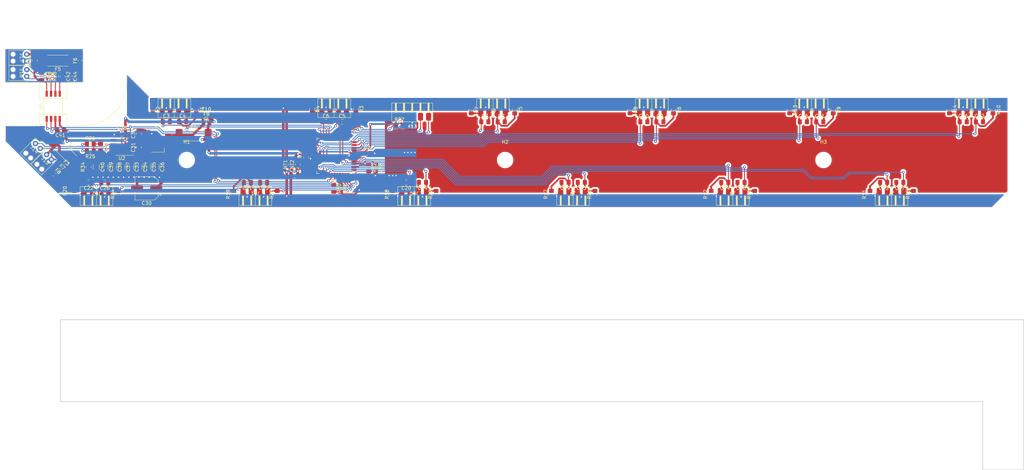
<source format=kicad_pcb>
(kicad_pcb (version 20221018) (generator pcbnew)
  (layers (0 "F.Cu" signal) (31 "B.Cu" signal) (34 "B.Paste" user) (35 "F.Paste" user) (36 "B.SilkS" user "B.Silkscreen") (37 "F.SilkS" user "F.Silkscreen") (38 "B.Mask" user) (39 "F.Mask" user) (44 "Edge.Cuts" user))
  (net 0 "")
  (net 1 "+3V3")
  (net 2 "GND")
  (net 3 "/8x Thermistor Bank 1/THERM0")
  (net 4 "GNDA")
  (net 5 "/8x Thermistor Bank 1/THERM1")
  (net 6 "/8x Thermistor Bank 1/THERM3")
  (net 7 "/8x Thermistor Bank 1/THERM2")
  (net 8 "/8x Thermistor Bank 1/THERM5")
  (net 9 "/8x Thermistor Bank 1/THERM7")
  (net 10 "/8x Thermistor Bank 1/THERM4")
  (net 11 "/8x Thermistor Bank 1/THERM6")
  (net 12 "/8x Thermistor Bank 2/THERM1")
  (net 13 "/8x Thermistor Bank 2/THERM3")
  (net 14 "/8x Thermistor Bank 2/THERM5")
  (net 15 "/THERM2.7")
  (net 16 "/8x Thermistor Bank 2/THERM0")
  (net 17 "/8x Thermistor Bank 2/THERM2")
  (net 18 "/8x Thermistor Bank 2/THERM4")
  (net 19 "/THERM2.6")
  (net 20 "/8x Thermistor Bank 3/THERM1")
  (net 21 "/8x Thermistor Bank 3/THERM3")
  (net 22 "/8x Thermistor Bank 3/THERM5")
  (net 23 "/8x Thermistor Bank 3/THERM7")
  (net 24 "/8x Thermistor Bank 3/THERM0")
  (net 25 "/8x Thermistor Bank 3/THERM2")
  (net 26 "/8x Thermistor Bank 3/THERM4")
  (net 27 "/8x Thermistor Bank 3/THERM6")
  (net 28 "+3.3VA")
  (net 29 "Net-(C29-Pad1)")
  (net 30 "+12V")
  (net 31 "/~{MCLR}")
  (net 32 "/ICSPDAT")
  (net 33 "/ICSPCLK")
  (net 34 "Net-(J14-Pin_1)")
  (net 35 "Net-(J14-Pin_2)")
  (net 36 "Net-(U1-RD2)")
  (net 37 "Net-(U1-RD3)")
  (net 38 "Net-(U1-RD4)")
  (net 39 "Net-(U1-RD5)")
  (net 47 "/CAN_RX")
  (net 48 "/CAN_TX")
  (net 50 "Net-(U3-VO)")
  (net 51 "Net-(J15-Pin_1)")
  (net 52 "Net-(C42-Pad1)")
  (net 53 "GND_LVS")
  (net 54 "5V_LVS")
  (net 55 "Net-(J17-Pin_1)")
  (net 56 "Net-(J16-Pin_1)")
  (net 57 "Net-(J16-Pin_2)")
  (net 58 "Net-(F2-Pad2)")
  (net 59 "Net-(F5-Pad2)")
  (footprint "Fuse:Fuse_0603_1608Metric_Pad1.05x0.95mm_HandSolder" (layer "F.Cu") (at 60.75 122.075 90)
    (fp_text reference "F6")
    (fp_text value "T0603FF0250TM")
  )
  (footprint "Resistor_SMD:R_0805_2012Metric_Pad1.20x1.40mm_HandSolder" (layer "F.Cu") (at 211.5 161.25 90)
    (fp_text reference "R21")
    (fp_text value "10k")
  )
  (footprint "Resistor_SMD:R_0805_2012Metric_Pad1.20x1.40mm_HandSolder" (layer "F.Cu") (at 145.25 153.5 -90)
    (fp_text reference "R32")
    (fp_text value "0")
  )
  (footprint "Resistor_SMD:R_0805_2012Metric_Pad1.20x1.40mm_HandSolder" (layer "F.Cu") (at 304.75 161.25 90)
    (fp_text reference "R15")
    (fp_text value "10k")
  )
  (footprint "sufst-lib:Thermistor_x2" (layer "F.Cu") (at 274.9 137.25)
    (fp_text reference "J5")
    (fp_text value "Conn_01x04_Pin")
  )
  (footprint "Capacitor_SMD:C_0805_2012Metric_Pad1.18x1.45mm_HandSolder" (layer "F.Cu") (at 249.5 157.75 180)
    (fp_text reference "C14")
    (fp_text value "100n")
  )
  (footprint "Capacitor_SMD:C_0805_2012Metric_Pad1.18x1.45mm_HandSolder" (layer "F.Cu") (at 202.75 157.75 180)
    (fp_text reference "C19")
    (fp_text value "100n")
  )
  (footprint "Capacitor_SMD:C_0805_2012Metric_Pad1.18x1.45mm_HandSolder" (layer "F.Cu") (at 272.5 140)
    (fp_text reference "C15")
    (fp_text value "100n")
  )
  (footprint "Fuse:Fuse_Schurter_UMT250" (layer "F.Cu") (at 94 144)
    (fp_text reference "F1")
    (fp_text value "SCHURTER 3403.0156")
  )
  (footprint "Fuse:Fuse_Schurter_UMT250" (layer "F.Cu") (at 56.5 149 -45)
    (fp_text reference "F2")
    (fp_text value "SCHURTER 3403.0156")
  )
  (footprint "Resistor_SMD:R_0805_2012Metric_Pad1.20x1.40mm_HandSolder" (layer "F.Cu") (at 198.75 161.25 90)
    (fp_text reference "R17")
    (fp_text value "10k")
  )
  (footprint "sufst-lib:Thermistor_x2" (layer "F.Cu") (at 112.07132 160.5 180)
    (fp_text reference "J11")
    (fp_text value "Conn_01x04_Pin")
  )
  (footprint "Resistor_SMD:R_0805_2012Metric_Pad1.20x1.40mm_HandSolder" (layer "F.Cu") (at 221.75 136.5 -90)
    (fp_text reference "R8")
    (fp_text value "10k")
  )
  (footprint "Resistor_SMD:R_0805_2012Metric_Pad1.20x1.40mm_HandSolder" (layer "F.Cu") (at 59 161.25 90)
    (fp_text reference "R20")
    (fp_text value "10k")
  )
  (footprint "Capacitor_SMD:C_0805_2012Metric_Pad1.18x1.45mm_HandSolder" (layer "F.Cu") (at 144.75 149.25)
    (fp_text reference "C2")
    (fp_text value "100n")
  )
  (footprint "Resistor_SMD:R_0805_2012Metric_Pad1.20x1.40mm_HandSolder" (layer "F.Cu") (at 53.65 126.7 90)
    (fp_text reference "R29")
    (fp_text value "60R")
  )
  (footprint "Resistor_SMD:R_0805_2012Metric_Pad1.20x1.40mm_HandSolder" (layer "F.Cu") (at 63.75 146.5)
    (fp_text reference "R26")
    (fp_text value "60R")
  )
  (footprint "Resistor_SMD:R_0805_2012Metric_Pad1.20x1.40mm_HandSolder" (layer "F.Cu") (at 268.5 136.5 -90)
    (fp_text reference "R13")
    (fp_text value "10k")
  )
  (footprint "Fuse:Fuse_Schurter_UMT250" (layer "F.Cu") (at 54.25 122.075 180)
    (fp_text reference "F5")
    (fp_text value "SCHURTER 3403.0156")
  )
  (footprint "Resistor_SMD:R_0805_2012Metric_Pad1.20x1.40mm_HandSolder" (layer "F.Cu") (at 51.65 126.7 -90)
    (fp_text reference "R28")
    (fp_text value "60R")
  )
  (footprint "sufst-lib:Thermistor_x2" (layer "F.Cu") (at 205.07132 160.5 180)
    (fp_text reference "J9")
    (fp_text value "Conn_01x04_Pin")
  )
  (footprint "Capacitor_SMD:C_0805_2012Metric_Pad1.18x1.45mm_HandSolder" (layer "F.Cu") (at 225.8 140)
    (fp_text reference "C10")
    (fp_text value "100n")
  )
  (footprint "sufst-lib:Thermistor_x2" (layer "F.Cu") (at 158.57132 160.5 180)
    (fp_text reference "J10")
    (fp_text value "Conn_01x04_Pin")
  )
  (footprint "Capacitor_SMD:C_1206_3216Metric_Pad1.33x1.80mm_HandSolder" (layer "F.Cu") (at 75.5 153.25 -90)
    (fp_text reference "C33")
    (fp_text value "~")
  )
  (footprint "Capacitor_SMD:C_0805_2012Metric_Pad1.18x1.45mm_HandSolder" (layer "F.Cu") (at 296 157.75 180)
    (fp_text reference "C13")
    (fp_text value "100n")
  )
  (footprint "Capacitor_SMD:C_0805_2012Metric_Pad1.18x1.45mm_HandSolder" (layer "F.Cu") (at 207.5 157.75 180)
    (fp_text reference "C23")
    (fp_text value "100n")
  )
  (footprint "Fuse:Fuse_0603_1608Metric_Pad1.05x0.95mm_HandSolder" (layer "F.Cu") (at 54.5 154.25 -45)
    (fp_text reference "F7")
    (fp_text value "T0603FF0250TM")
  )
  (footprint "Fuse:Fuse_0603_1608Metric_Pad1.05x0.95mm_HandSolder" (layer "F.Cu") (at 97.75 140.75)
    (fp_text reference "F4")
    (fp_text value "T0603FF0250TM")
  )
  (footprint "Fuse:Fuse_0603_1608Metric_Pad1.05x0.95mm_HandSolder" (layer "F.Cu") (at 97.75 137.75)
    (fp_text reference "F10")
    (fp_text value "T0603FF0250TM")
  )
  (footprint "Capacitor_SMD:C_0805_2012Metric_Pad1.18x1.45mm_HandSolder" (layer "F.Cu") (at 277.3 140)
    (fp_text reference "C11")
    (fp_text value "100n")
  )
  (footprint "Package_TO_SOT_SMD:SOT-223-3_TabPin2" (layer "F.Cu") (at 83.5 145.5)
    (fp_text reference "U3")
    (fp_text value "AZ1117CH-3.3TRG1")
  )
  (footprint "MountingHole:MountingHole_4.3mm_M4" (layer "F.Cu") (at 278.4 151.2)
    (fp_text reference "H3")
    (fp_text value "MountingHole")
  )
  (footprint "Resistor_SMD:R_0805_2012Metric_Pad1.20x1.40mm_HandSolder" (layer "F.Cu") (at 137 159.5 -90)
    (fp_text reference "R31")
    (fp_text value "0")
  )
  (footprint "Resistor_SMD:R_0805_2012Metric_Pad1.20x1.40mm_HandSolder" (layer "F.Cu") (at 124.5 152.5 90)
    (fp_text reference "NT2")
    (fp_text value "NetTie_2")
  )
  (footprint "sufst-lib:Conn2_DoubleHole" (layer "F.Cu") (at 43.15 125.7 -90)
    (fp_text reference "J16")
    (fp_text value "Conn_01x02_Pin")
    (fp_circle (center -1 2) (end -0.3 2) (stroke (width 0.12)) (fill none) (layer "Edge.Cuts"))
    (fp_circle (center 1 2) (end 0.3 2) (stroke (width 0.12)) (fill none) (layer "Edge.Cuts"))
  )
  (footprint "sufst-lib:Conn2_DoubleHole" (layer "F.Cu") (at 43.15 121.2 -90)
    (fp_text reference "J17")
    (fp_text value "Conn_01x02_Pin")
    (fp_circle (center -1 2) (end -0.3 2) (stroke (width 0.12)) (fill none) (layer "Edge.Cuts"))
    (fp_circle (center 1 2) (end 0.3 2) (stroke (width 0.12)) (fill none) (layer "Edge.Cuts"))
  )
  (footprint "sufst-lib:Thermistor_x2" (layer "F.Cu") (at 65.57132 160.5 180)
    (fp_text reference "J12")
    (fp_text value "Conn_01x04_Pin")
  )
  (footprint "Resistor_SMD:R_0805_2012Metric_Pad1.20x1.40mm_HandSolder" (layer "F.Cu") (at 328 136.5 -90)
    (fp_text reference "R10")
    (fp_text value "10k")
  )
  (footprint "Package_SO:SOIC-8_3.9x4.9mm_P1.27mm" (layer "F.Cu") (at 73 147.25 180)
    (fp_text reference "U2")
    (fp_text value "MAX3051ESA+")
  )
  (footprint "Capacitor_SMD:C_0805_2012Metric_Pad1.18x1.45mm_HandSolder" (layer "F.Cu") (at 123.5 155.75)
    (fp_text reference "C27")
    (fp_text value "100n")
  )
  (footprint "Capacitor_SMD:C_0805_2012Metric_Pad1.18x1.45mm_HandSolder" (layer "F.Cu") (at 63.25 157.75 180)
    (fp_text reference "C22")
    (fp_text value "100n")
  )
  (footprint "Capacitor_SMD:C_0805_2012Metric_Pad1.18x1.45mm_HandSolder" (layer "F.Cu") (at 55.65 126.7 -90)
    (fp_text reference "C42")
    (fp_text value "4.7n")
  )
  (footprint "Capacitor_SMD:C_1206_3216Metric_Pad1.33x1.80mm_HandSolder" (layer "F.Cu") (at 70.5 153.25 -90)
    (fp_text reference "C38")
    (fp_text value "~")
  )
  (footprint "Resistor_SMD:R_0805_2012Metric_Pad1.20x1.40mm_HandSolder" (layer "F.Cu") (at 63.25 153.25 90)
    (fp_text reference "R34")
    (fp_text value "12")
  )
  (footprint "Capacitor_SMD:C_1206_3216Metric_Pad1.33x1.80mm_HandSolder" (layer "F.Cu") (at 73 153.25 -90)
    (fp_text reference "C37")
    (fp_text value "~")
  )
  (footprint "Capacitor_SMD:C_0805_2012Metric_Pad1.18x1.45mm_HandSolder" (layer "F.Cu") (at 49.5 126.7 -90)
    (fp_text reference "C43")
    (fp_text value "100n")
  )
  (footprint "sufst-lib:Conn2_DoubleHole" (layer "F.Cu") (at 50.25 151.75 -45)
    (fp_text reference "J15")
    (fp_text value "Conn_01x02_Pin")
    (fp_circle (center -1 2) (end -0.3 2) (stroke (width 0.12)) (fill none) (layer "Edge.Cuts"))
    (fp_circle (center 1 2) (end 0.3 2) (stroke (width 0.12)) (fill none) (layer "Edge.Cuts"))
  )
  (footprint "Fuse:Fuse_0603_1608Metric_Pad1.05x0.95mm_HandSolder" (layer "F.Cu") (at 53.25 155.5 -45)
    (fp_text reference "F8")
    (fp_text value "T0603FF0250TM")
  )
  (footprint "Capacitor_SMD:C_0805_2012Metric_Pad1.18x1.45mm_HandSolder" (layer "F.Cu") (at 156.25 157.75 180)
    (fp_text reference "C20")
    (fp_text value "100n")
  )
  (footprint "Resistor_SMD:R_0805_2012Metric_Pad1.20x1.40mm_HandSolder" (layer "F.Cu") (at 135 159.5 -90)
    (fp_text reference "R30")
    (fp_text value "0")
  )
  (footprint "sufst-lib:Thermistor_x2" (layer "F.Cu") (at 251.82132 160.5 180)
    (fp_text reference "J8")
    (fp_text value "Conn_01x04_Pin")
  )
  (footprint "Capacitor_SMD:C_1206_3216Metric_Pad1.33x1.80mm_HandSolder" (layer "F.Cu") (at 80.5 153.25 -90)
    (fp_text reference "C35")
    (fp_text value "~")
  )
  (footprint "Resistor_SMD:R_0805_2012Metric_Pad1.20x1.40mm_HandSolder" (layer "F.Cu") (at 47.5 122 90)
    (fp_text reference "R35")
    (fp_text value "12")
  )
  (footprint "Capacitor_SMD:C_0805_2012Metric_Pad1.18x1.45mm_HandSolder" (layer "F.Cu") (at 179.25 140)
    (fp_text reference "C9")
    (fp_text value "100n")
  )
  (footprint "Capacitor_SMD:C_0805_2012Metric_Pad1.18x1.45mm_HandSolder" (layer "F.Cu") (at 55 142.25 180)
    (fp_text reference "C41")
    (fp_text value "100n")
  )
  (footprint "Resistor_SMD:R_0805_2012Metric_Pad1.20x1.40mm_HandSolder" (layer "F.Cu") (at 258.25 161.25 90)
    (fp_text reference "R16")
    (fp_text value "10k")
  )
  (footprint "MountingHole:MountingHole_4.3mm_M4" (layer "F.Cu") (at 92 151.2)
    (fp_text reference "H1")
    (fp_text value "MountingHole")
  )
  (footprint "Resistor_SMD:R_0805_2012Metric_Pad1.20x1.40mm_HandSolder" (layer "F.Cu") (at 105.75 161.25 90)
    (fp_text reference "R19")
    (fp_text value "10k")
  )
  (footprint "Resistor_SMD:R_0805_2012Metric_Pad1.20x1.40mm_HandSolder" (layer "F.Cu") (at 94.775 136.475 -90)
    (fp_text reference "R1")
    (fp_text value "10k")
  )
  (footprint "Resistor_SMD:R_0805_2012Metric_Pad1.20x1.40mm_HandSolder" (layer "F.Cu") (at 281.25 136.5 -90)
    (fp_text reference "R9")
    (fp_text value "10k")
  )
  (footprint "Resistor_SMD:R_0805_2012Metric_Pad1.20x1.40mm_HandSolder" (layer "F.Cu") (at 122.5 152.5 90)
    (fp_text reference "NT1")
    (fp_text value "NetTie_2")
  )
  (footprint "Fuse:Fuse_0603_1608Metric_Pad1.05x0.95mm_HandSolder" (layer "F.Cu") (at 97.75 139.25)
    (fp_text reference "F9")
    (fp_text value "T0603FF0250TM")
  )
  (footprint "Resistor_SMD:R_0805_2012Metric_Pad1.20x1.40mm_HandSolder" (layer "F.Cu") (at 118.5 161.25 90)
    (fp_text reference "R23")
    (fp_text value "10k")
  )
  (footprint "Capacitor_SMD:C_0805_2012Metric_Pad1.18x1.45mm_HandSolder" (layer "F.Cu") (at 114.5 157.75 180)
    (fp_text reference "C25")
    (fp_text value "100n")
  )
  (footprint "Capacitor_SMD:C_0805_2012Metric_Pad1.18x1.45mm_HandSolder" (layer "F.Cu") (at 66.75 147.5 -90)
    (fp_text reference "C29")
    (fp_text value "4.7n")
  )
  (footprint "Capacitor_SMD:C_0805_2012Metric_Pad1.18x1.45mm_HandSolder" (layer "F.Cu") (at 319.3 140)
    (fp_text reference "C16")
    (fp_text value "100n")
  )
  (footprint "Capacitor_SMD:C_0805_2012Metric_Pad1.18x1.45mm_HandSolder" (layer "F.Cu") (at 68 157.75 180)
    (fp_text reference "C26")
    (fp_text value "100n")
  )
  (footprint "Resistor_SMD:R_0805_2012Metric_Pad1.20x1.40mm_HandSolder" (layer "F.Cu") (at 234.5 136.5 -90)
    (fp_text reference "R6")
    (fp_text value "10k")
  )
  (footprint "Resistor_SMD:R_0805_2012Metric_Pad1.20x1.40mm_HandSolder" (layer "F.Cu") (at 128.75 136.25 -90)
    (fp_text reference "R4")
    (fp_text value "10k")
  )
  (footprint "Package_SO:SOIC-8W_5.3x5.3mm_P1.27mm" (layer "F.Cu") (at 52.9 135.45 90)
    (fp_text reference "U4")
    (fp_text value "MAX14878")
  )
  (footprint "Resistor_SMD:R_0805_2012Metric_Pad1.20x1.40mm_HandSolder" (layer "F.Cu") (at 154.25 141)
    (fp_text reference "R27")
    (fp_text value "10k")
  )
  (footprint "Resistor_SMD:R_0805_2012Metric_Pad1.20x1.40mm_HandSolder" (layer "F.Cu") (at 165 161.25 90)
    (fp_text reference "R22")
    (fp_text value "10k")
  )
  (footprint "Resistor_SMD:R_0805_2012Metric_Pad1.20x1.40mm_HandSolder" (layer "F.Cu") (at 72 161.25 90)
    (fp_text reference "R24")
    (fp_text value "10k")
  )
  (footprint "Capacitor_SMD:C_0805_2012Metric_Pad1.18x1.45mm_HandSolder" (layer "F.Cu") (at 137.5 140)
    (fp_text reference "C5")
    (fp_text value "100n")
  )
  (footprint "Capacitor_SMD:C_0805_2012Metric_Pad1.18x1.45mm_HandSolder" (layer "F.Cu") (at 78 147.5 90)
    (fp_text reference "C31")
    (fp_text value "10u")
  )
  (footprint "Capacitor_SMD:C_0805_2012Metric_Pad1.18x1.45mm_HandSolder" (layer "F.Cu") (at 161 157.75 180)
    (fp_text reference "C24")
    (fp_text value "100n")
  )
  (footprint "sufst-lib:Thermistor_x2" (layer "F.Cu") (at 298.32132 160.5 180)
    (fp_text reference "J7")
    (fp_text value "Conn_01x04_Pin")
  )
  (footprint "Resistor_SMD:R_0805_2012Metric_Pad1.20x1.40mm_HandSolder" (layer "F.Cu") (at 315.25 136.5 -90)
    (fp_text reference "R14")
    (fp_text value "10k")
  )
  (footprint "Capacitor_SMD:C_0805_2012Metric_Pad1.18x1.45mm_HandSolder" (layer "F.Cu") (at 300.75 157.75 180)
    (fp_text reference "C17")
    (fp_text value "100n")
  )
  (footprint "Capacitor_SMD:C_1206_3216Metric_Pad1.33x1.80mm_HandSolder" (layer "F.Cu") (at 65.5 153.25 -90)
    (fp_text reference "C40")
    (fp_text value "~")
  )
  (footprint "Capacitor_SMD:C_0805_2012Metric_Pad1.18x1.45mm_HandSolder" (layer "F.Cu") (at 230.5 140)
    (fp_text reference "C8")
    (fp_text value "100n")
  )
  (footprint "Capacitor_SMD:CP_Elec_6.3x5.4" (layer "F.Cu") (at 80.25 159.5 180)
    (fp_text reference "C30")
    (fp_text value "100u")
  )
  (footprint "Capacitor_SMD:C_0805_2012Metric_Pad1.18x1.45mm_HandSolder" (layer "F.Cu") (at 254.25 157.75 180)
    (fp_text reference "C18")
    (fp_text value "100n")
  )
  (footprint "Resistor_SMD:R_0805_2012Metric_Pad1.20x1.40mm_HandSolder" (layer "F.Cu") (at 292 161.25 90)
    (fp_text reference "R11")
    (fp_text value "10k")
  )
  (footprint "Capacitor_SMD:C_0805_2012Metric_Pad1.18x1.45mm_HandSolder" (layer "F.Cu") (at 184.05 140)
    (fp_text reference "C7")
    (fp_text value "100n")
  )
  (footprint "Resistor_SMD:R_0805_2012Metric_Pad1.20x1.40mm_HandSolder" (layer "F.Cu") (at 147.25 153.5 -90)
    (fp_text reference "R33")
    (fp_text value "0")
  )
  (footprint "MountingHole:MountingHole_4.3mm_M4" (layer "F.Cu") (at 185.2 151.2)
    (fp_text reference "H2")
    (fp_text value "MountingHole")
  )
  (footprint "sufst-lib:Thermistor_x2" (layer "F.Cu") (at 321.65 137.25)
    (fp_text reference "J6")
    (fp_text value "Conn_01x04_Pin")
  )
  (footprint "Capacitor_SMD:C_0805_2012Metric_Pad1.18x1.45mm_HandSolder" (layer "F.Cu") (at 90.775 139.975)
    (fp_text reference "C4")
    (fp_text value "100n")
  )
  (footprint "sufst-lib:Thermistor_x2" (layer "F.Cu") (at 228.15 137.25)
    (fp_text reference "J4")
    (fp_text value "Conn_01x04_Pin")
  )
  (footprint "Capacitor_SMD:C_0805_2012Metric_Pad1.18x1.45mm_HandSolder" (layer "F.Cu") (at 86.025 139.975)
    (fp_text reference "C3")
    (fp_text value "100n")
  )
  (footprint "Capacitor_SMD:C_0805_2012Metric_Pad1.18x1.45mm_HandSolder" (layer "F.Cu") (at 109.75 157.75 180)
    (fp_text reference "C21")
    (fp_text value "100n")
  )
  (footprint "Capacitor_SMD:C_0805_2012Metric_Pad1.18x1.45mm_HandSolder" (layer "F.Cu") (at 78 143.5 90)
    (fp_text reference "C32")
    (fp_text value "10u")
  )
  (footprint "Fuse:Fuse_0603_1608Metric_Pad1.05x0.95mm_HandSolder" (layer "F.Cu") (at 55.75 153 -45)
    (fp_text reference "F3")
    (fp_text value "T0603FF0250TM")
  )
  (footprint "Capacitor_SMD:C_0805_2012Metric_Pad1.18x1.45mm_HandSolder" (layer "F.Cu") (at 127 150.5 -90)
    (fp_text reference "C1")
    (fp_text value "100n")
  )
  (footprint "sufst-lib:Thermistor_x2" (layer "F.Cu") (at 135.15 137.25)
    (fp_text reference "J2")
    (fp_text value "Conn_01x04_Pin")
  )
  (footprint "Capacitor_SMD:C_1206_3216Metric_Pad1.33x1.80mm_HandSolder" (layer "F.Cu") (at 68 153.25 -90)
    (fp_text reference "C39")
    (fp_text value "~")
  )
  (footprint "sufst-lib:Thermistor_x2" (layer "F.Cu") (at 88.375 137.225)
    (fp_text reference "J1")
    (fp_text value "Conn_01x04_Pin")
  )
  (footprint "Capacitor_SMD:C_0805_2012Metric_Pad1.18x1.45mm_HandSolder" (layer "F.Cu") (at 73 143.5)
    (fp_text reference "C28")
    (fp_text value "100n")
  )
  (footprint "Resistor_SMD:R_0805_2012Metric_Pad1.20x1.40mm_HandSolder" (layer "F.Cu") (at 63.75 148.5 180)
    (fp_text reference "R25")
    (fp_text value "60R")
  )
  (footprint "Resistor_SMD:R_0805_2012Metric_Pad1.20x1.40mm_HandSolder" (layer "F.Cu") (at 188 136.5 -90)
    (fp_text reference "R5")
    (fp_text value "10k")
  )
  (footprint "Resistor_SMD:R_0805_2012Metric_Pad1.20x1.40mm_HandSolder" (layer "F.Cu") (at 175.25 136.5 -90)
    (fp_text reference "R7")
    (fp_text value "10k")
  )
  (footprint "Capacitor_SMD:C_1206_3216Metric_Pad1.33x1.80mm_HandSolder" (layer "F.Cu") (at 78 153.25 -90)
    (fp_text reference "C34")
    (fp_text value "~")
  )
  (footprint "sufst-lib:Thermistor_x2" (layer "F.Cu") (at 181.65 137.25)
    (fp_text reference "J3")
    (fp_text value "Conn_01x04_Pin")
  )
  (footprint "Package_QFP:TQFP-44_10x10mm_P0.8mm" (layer "F.Cu") (at 135.25 150 180)
    (fp_text reference "U1")
    (fp_text value "~")
  )
  (footprint "Capacitor_SMD:C_0805_2012Metric_Pad1.18x1.45mm_HandSolder" (layer "F.Cu") (at 324.05 140)
    (fp_text reference "C12")
    (fp_text value "100n")
  )
  (footprint "Capacitor_SMD:C_1206_3216Metric_Pad1.33x1.80mm_HandSolder" (layer "F.Cu") (at 83 153.25 -90)
    (fp_text reference "C36")
    (fp_text value "~")
  )
  (footprint "sufst-lib:Conn2_DoubleHole" (layer "F.Cu") (at 47 148.5 -45)
    (fp_text reference "J14")
    (fp_text value "Conn_01x02_Pin")
    (fp_circle (center -1 2) (end -0.3 2) (stroke (width 0.12)) (fill none) (layer "Edge.Cuts"))
    (fp_circle (center 1 2) (end 0.3 2) (stroke (width 0.12)) (fill none) (layer "Edge.Cuts"))
  )
  (footprint "Resistor_SMD:R_0805_2012Metric_Pad1.20x1.40mm_HandSolder" (layer "F.Cu") (at 245.5 161.25 90)
    (fp_text reference "R12")
    (fp_text value "10k")
  )
  (footprint "Capacitor_SMD:C_0805_2012Metric_Pad1.18x1.45mm_HandSolder" (layer "F.Cu") (at 132.75 140)
    (fp_text reference "C6")
    (fp_text value "100n")
  )
  (footprint "Resistor_SMD:R_0805_2012Metric_Pad1.20x1.40mm_HandSolder" (layer "F.Cu") (at 152.25 161.25 90)
    (fp_text reference "R18")
    (fp_text value "10k")
  )
  (footprint "Resistor_SMD:R_0805_2012Metric_Pad1.20x1.40mm_HandSolder" (layer "F.Cu") (at 82.025 136.475 -90)
    (fp_text reference "R2")
    (fp_text value "10k")
  )
  (footprint "sufst-lib:Conn5_SMD" (layer "F.Cu") (at 158 138.5)
    (fp_text reference "J13")
    (fp_text value "Conn_01x05_Pin")
  )
  (footprint "Capacitor_SMD:C_0805_2012Metric_Pad1.18x1.45mm_HandSolder" (layer "F.Cu") (at 57.65 126.7 -90)
    (fp_text reference "C44")
    (fp_text value "10u")
  )
  (footprint "Resistor_SMD:R_0805_2012Metric_Pad1.20x1.40mm_HandSolder" (layer "F.Cu") (at 141.5 136.25 -90)
    (fp_text reference "R3")
    (fp_text value "10k")
  )
  (gr_line (start 38.9 141.2) (end 48.9 141.2) (stroke (width 0.15)) (layer "F.SilkS"))
  (gr_line (start 48.9 137.7) (end 56.9 137.7) (stroke (width 0.15)) (layer "F.SilkS"))
  (gr_line (start 56.9 137.7) (end 56.9 141.2) (stroke (width 0.15)) (layer "F.SilkS"))
  (gr_line (start 61.65 128.45) (end 61.65 118.7) (stroke (width 0.15)) (layer "F.SilkS"))
  (gr_line (start 48.9 128.45) (end 48.9 133.2) (stroke (width 0.15)) (layer "F.SilkS"))
  (gr_line (start 56.9 141.2) (end 61.65 141.2) (stroke (width 0.15)) (layer "F.SilkS"))
  (gr_line (start 56.9 133.2) (end 56.9 128.45) (stroke (width 0.15)) (layer "F.SilkS"))
  (gr_line (start 48.9 133.2) (end 56.9 133.2) (stroke (width 0.15)) (layer "F.SilkS"))
  (gr_line (start 48.9 141.2) (end 48.9 137.7) (stroke (width 0.15)) (layer "F.SilkS"))
  (gr_line (start 38.9 128.45) (end 48.9 128.45) (stroke (width 0.15)) (layer "F.SilkS"))
  (gr_line (start 74.4 128.95) (end 74.4 126) (stroke (width 0.15)) (layer "F.SilkS"))
  (gr_arc (start 74.4 128.45) (mid 70.665611 137.465611) (end 61.65 141.2) (stroke (width 0.15)) (layer "F.SilkS"))
  (gr_line (start 56.9 128.45) (end 61.65 128.45) (stroke (width 0.15)) (layer "F.SilkS"))
  (gr_line (start 325 242) (end 325 222) (stroke (width 0.2)) (layer "Edge.Cuts"))
  (gr_line (start 337 198) (end 337 242) (stroke (width 0.2)) (layer "Edge.Cuts"))
  (gr_line (start 55 198) (end 337 198) (stroke (width 0.2)) (layer "Edge.Cuts"))
  (gr_line (start 337 242) (end 325 242) (stroke (width 0.2)) (layer "Edge.Cuts"))
  (gr_line (start 325 222) (end 55 222) (stroke (width 0.2)) (layer "Edge.Cuts"))
  (gr_line (start 55 222) (end 55 198) (stroke (width 0.2)) (layer "Edge.Cuts"))
  (segment (start 145.75 147.2125) (end 145.75 140.75) (width 0.5) (layer "F.Cu") (net 1))
  (segment (start 98.5 149) (end 98.5 144.25) (width 0.75) (layer "F.Cu") (net 1))
  (segment (start 97 145.25) (end 96.5 145.25) (width 0.75) (layer "F.Cu") (net 1))
  (segment (start 140.95 149.2) (end 143.6625 149.2) (width 0.5) (layer "F.Cu") (net 1))
  (segment (start 53.535 141.8225) (end 53.9625 142.25) (width 0.5) (layer "F.Cu") (net 1))
  (segment (start 122.5 151.5) (end 124.5375 149.4625) (width 0.75) (layer "F.Cu") (net 1))
  (segment (start 131 149.411396) (end 131 148.25) (width 0.5) (layer "F.Cu") (net 1))
  (segment (start 53.9625 142.25) (end 56.974993 145.262493) (width 0.75) (layer "F.Cu") (net 1))
  (segment (start 155.6 138.5) (end 155.6 140.65) (width 0.5) (layer "F.Cu") (net 1))
  (segment (start 74.0375 143.5) (end 74.0375 139) (width 0.75) (layer "F.Cu") (net 1))
  (segment (start 154.5 140) (end 154.5 140.25) (width 0.5) (layer "F.Cu") (net 1))
  (segment (start 53.535 139.1) (end 53.535 141.8225) (width 0.5) (layer "F.Cu") (net 1))
  (segment (start 143.7125 149.25) (end 145.75 147.2125) (width 0.5) (layer "F.Cu") (net 1))
  (segment (start 99.25 139.25) (end 100 140) (width 0.75) (layer "F.Cu") (net 1))
  (segment (start 98.25 141.125) (end 98.625 140.75) (width 0.75) (layer "F.Cu") (net 1))
  (segment (start 98.625 140.75) (end 98.625 139.25) (width 0.75) (layer "F.Cu") (net 1))
  (segment (start 129.55 150) (end 128.652082 150) (width 0.5) (layer "F.Cu") (net 1))
  (segment (start 129.55 150) (end 130.411396 150) (width 0.5) (layer "F.Cu") (net 1))
  (segment (start 124.5375 149.4625) (end 127 149.4625) (width 0.75) (layer "F.Cu") (net 1))
  (segment (start 98.625 137.75) (end 98.625 139.25) (width 0.75) (layer "F.Cu") (net 1))
  (segment (start 98.625 139.25) (end 99.25 139.25) (width 0.75) (layer "F.Cu") (net 1))
  (segment (start 98.5 144.25) (end 98.25 144) (width 0.75) (layer "F.Cu") (net 1))
  (segment (start 130.411396 150) (end 131 149.411396) (width 0.5) (layer "F.Cu") (net 1))
  (segment (start 98.25 144) (end 97 145.25) (width 0.75) (layer "F.Cu") (net 1))
  (segment (start 74.5 146.615) (end 75.475 146.615) (width 0.5) (layer "F.Cu") (net 1))
  (segment (start 98.25 144) (end 98.25 141.125) (width 0.75) (layer "F.Cu") (net 1))
  (segment (start 56.974993 145.262493) (end 56.974993 145.724993) (width 0.75) (layer "F.Cu") (net 1))
  (segment (start 154.5 140.25) (end 155.25 141) (width 0.5) (layer "F.Cu") (net 1))
  (segment (start 140.95 149.2) (end 139.95 149.2) (width 0.5) (layer "F.Cu") (net 1))
  (segment (start 74.0375 146.1525) (end 74.5 146.615) (width 0.5) (layer "F.Cu") (net 1))
  (segment (start 139.95 149.2) (end 139.5 148.75) (width 0.5) (layer "F.Cu") (net 1))
  (segment (start 143.6625 149.2) (end 143.7125 149.25) (width 0.5) (layer "F.Cu") (net 1))
  (segment (start 155.6 140.65) (end 155.25 141) (width 0.5) (layer "F.Cu") (net 1))
  (segment (start 74.0375 143.5) (end 74.0375 146.1525) (width 0.5) (layer "F.Cu") (net 1))
  (segment (start 128.652082 150) (end 128.114582 149.4625) (width 0.5) (layer "F.Cu") (net 1))
  (segment (start 128.114582 149.4625) (end 127 149.4625) (width 0.5) (layer "F.Cu") (net 1))
  (via (at 139.5 148.75) (size 0.8) (drill 0.4) (layers "F.Cu" "B.Cu") (net 1))
  (via (at 96.5 145.25) (size 0.8) (drill 0.4) (layers "F.Cu" "B.Cu") (net 1))
  (via (at 124.5375 149.4625) (size 0.8) (drill 0.4) (layers "F.Cu" "B.Cu") (net 1))
  (via (at 73.9005 145.47707) (size 0.8) (drill 0.4) (layers "F.Cu" "B.Cu") (net 1))
  (via (at 98.5 149) (size 0.8) (drill 0.4) (layers "F.Cu" "B.Cu") (net 1))
  (via (at 145.75 140.75) (size 0.8) (drill 0.4) (layers "F.Cu" "B.Cu") (net 1))
  (via (at 56.974993 145.724993) (size 0.8) (drill 0.4) (layers "F.Cu" "B.Cu") (net 1))
  (via (at 131 148.25) (size 0.8) (drill 0.4) (layers "F.Cu" "B.Cu") (net 1))
  (via (at 74.0375 139) (size 0.8) (drill 0.4) (layers "F.Cu" "B.Cu") (net 1))
  (via (at 154.5 140) (size 0.8) (drill 0.4) (layers "F.Cu" "B.Cu") (net 1))
  (via (at 100 140) (size 0.8) (drill 0.4) (layers "F.Cu" "B.Cu") (net 1))
  (segment (start 139.5 148.75) (end 131.5 148.75) (width 0.5) (layer "B.Cu") (net 1))
  (segment (start 100 140) (end 75.0375 140) (width 0.75) (layer "B.Cu") (net 1))
  (segment (start 73.9005 145.47707) (end 57.222916 145.47707) (width 0.75) (layer "B.Cu") (net 1))
  (segment (start 57.222916 145.47707) (end 56.974993 145.724993) (width 0.75) (layer "B.Cu") (net 1))
  (segment (start 124.325 149.25) (end 101.75 149.25) (width 0.75) (layer "B.Cu") (net 1))
  (segment (start 98.75 149.25) (end 98.5 149) (width 0.75) (layer "B.Cu") (net 1))
  (segment (start 145.75 140.75) (end 145.85 140.65) (width 0.5) (layer "B.Cu") (net 1))
  (segment (start 145.85 140.65) (end 153.85 140.65) (width 0.5) (layer "B.Cu") (net 1))
  (segment (start 101.75 149.25) (end 98.75 149.25) (width 0.75) (layer "B.Cu") (net 1))
  (segment (start 75.0375 140) (end 74.0375 139) (width 0.75) (layer "B.Cu") (net 1))
  (segment (start 131.5 148.75) (end 131 148.25) (width 0.5) (layer "B.Cu") (net 1))
  (segment (start 153.85 140.65) (end 154.5 140) (width 0.5) (layer "B.Cu") (net 1))
  (segment (start 124.5375 149.4625) (end 124.325 149.25) (width 0.75) (layer "B.Cu") (net 1))
  (segment (start 68.0375 148.5375) (end 68.5 149) (width 0.25) (layer "F.Cu") (net 2))
  (segment (start 139.75 161.25) (end 141.25 161.25) (width 0.5) (layer "F.Cu") (net 2))
  (segment (start 137 160.5) (end 137.75 161.25) (width 0.5) (layer "F.Cu") (net 2))
  (segment (start 77.45 159.5) (end 77.45 157.2) (width 0.75) (layer "F.Cu") (net 2))
  (segment (start 76.614998 147.885) (end 76.999998 147.5) (width 0.25) (layer "F.Cu") (net 2))
  (segment (start 56.5 142.25) (end 57.25 143) (width 0.5) (layer "F.Cu") (net 2))
  (segment (start 78 142.4625) (end 79.6125 142.4625) (width 0.75) (layer "F.Cu") (net 2))
  (segment (start 70.525 149.155) (end 68.655 149.155) (width 0.25) (layer "F.Cu") (net 2))
  (segment (start 80.35 143.2) (end 81.45 143.2) (width 0.75) (layer "F.Cu") (net 2))
  (segment (start 54.805 139.1) (end 54.805 141.0175) (width 0.5) (layer "F.Cu") (net 2))
  (segment (start 129.55 150.8) (end 128.25 150.8) (width 0.5) (layer "F.Cu") (net 2))
  (segment (start 77.45 157.2) (end 76.5 156.25) (width 0.75) (layer "F.Cu") (net 2))
  (segment (start 135 160.5) (end 137 160.5) (width 0.5) (layer "F.Cu") (net 2))
  (segment (start 145.7875 149.25) (end 147 149.25) (width 0.5) (layer "F.Cu") (net 2))
  (segment (start 54.805 141.0175) (end 56.0375 142.25) (width 0.5) (layer "F.Cu") (net 2))
  (segment (start 127.7375 150.8) (end 127 151.5375) (width 0.5) (layer "F.Cu") (net 2))
  (segment (start 78 146.4625) (end 78 146.499998) (width 0.75) (layer "F.Cu") (net 2))
  (segment (start 158 138.5) (end 158 140.25) (width 0.5) (layer "F.Cu") (net 2))
  (segment (start 145.25 154.5) (end 147.25 154.5) (width 0.5) (layer "F.Cu") (net 2))
  (segment (start 75.475 147.885) (end 76.614998 147.885) (width 0.25) (layer "F.Cu") (net 2))
  (segment (start 71.9625 143.5) (end 71 143.5) (width 0.25) (layer "F.Cu") (net 2))
  (segment (start 124.5 151.5) (end 126.9625 151.5) (width 0.75) (layer "F.Cu") (net 2))
  (segment (start 141.25 161.25) (end 142.5 160) (width 0.5) (layer "F.Cu") (net 2))
  (segment (start 137.75 161.25) (end 139.75 161.25) (width 0.5) (layer "F.Cu") (net 2))
  (segment (start 56.0375 142.25) (end 56.5 142.25) (width 0.5) (layer "F.Cu") (net 2))
  (segment (start 147.25 154.5) (end 147.25 155.75) (width 0.5) (layer "F.Cu") (net 2))
  (segment (start 78 146.499998) (end 76.999998 147.5) (width 0.75) (layer "F.Cu") (net 2))
  (segment (start 68.655 149.155) (end 68.5 149) (width 0.25) (layer "F.Cu") (net 2))
  (segment (start 71 143.5) (end 70.75 143.75) (width 0.25) (layer "F.Cu") (net 2))
  (segment (start 79.6125 142.4625) (end 80.35 143.2) (width 0.75) (layer "F.Cu") (net 2))
  (segment (start 81.45 143.2) (end 81.75 143.5) (width 0.75) (layer "F.Cu") (net 2))
  (segment (start 66.75 148.5375) (end 68.0375 148.5375) (width 0.25) (layer "F.Cu") (net 2))
  (segment (start 140.95 150) (end 139.5 150) (width 0.5) (layer "F.Cu") (net 2))
  (segment (start 126.9625 151.5) (end 127 151.5375) (width 0.75) (layer "F.Cu") (net 2))
  (via (at 128.25 150.8) (size 0.8) (drill 0.4) (layers "F.Cu" "B.Cu") (net 2))
  (via (at 155.75 149) (size 0.8) (drill 0.4) (layers "F.Cu" "B.Cu") (net 2))
  (via (at 158.75 149) (size 0.8) (drill 0.4) (layers "F.Cu" "B.Cu") (net 2))
  (via (at 68.5 149) (size 0.8) (drill 0.4) (layers "F.Cu" "B.Cu") (net 2))
  (via (at 81 156.25) (size 0.8) (drill 0.4) (layers "F.Cu" "B.Cu") (net 2))
  (via (at 158 141.25) (size 0.8) (drill 0.4) (layers "F.Cu" "B.Cu") (net 2))
  (via (at 67.5 156.25) (size 0.8) (drill 0.4) (layers "F.Cu" "B.Cu") (net 2))
  (via (at 81.75 143.5) (size 0.8) (drill 0.4) (layers "F.Cu" "B.Cu") (net 2))
  (via (at 82.5 156.25) (size 0.8) (drill 0.4) (layers "F.Cu" "B.Cu") (net 2))
  (via (at 78 156.25) (size 0.8) (drill 0.4) (layers "F.Cu" "B.Cu") (net 2))
  (via (at 147 149.25) (size 0.8) (drill 0.4) (layers "F.Cu" "B.Cu") (net 2))
  (via (at 76.5 156.25) (size 0.8) (drill 0.4) (layers "F.Cu" "B.Cu") (net 2))
  (via (at 76.999998 147.5) (size 0.8) (drill 0.4) (layers "F.Cu" "B.Cu") (net 2))
  (via (at 64.5 156.25) (size 0.8) (drill 0.4) (layers "F.Cu" "B.Cu") (net 2))
  (via (at 70.75 143.75) (size 0.8) (drill 0.4) (layers "F.Cu" "B.Cu") (net 2))
  (via (at 156.75 149) (size 0.8) (drill 0.4) (layers "F.Cu" "B.Cu") (net 2))
  (via (at 147.25 155.75) (size 0.8) (drill 0.4) (layers "F.Cu" "B.Cu") (net 2))
  (via (at 153.25 155.75) (size 0.8) (drill 0.4) (layers "F.Cu" "B.Cu") (net 2))
  (via (at 72 156.25) (size 0.8) (drill 0.4) (layers "F.Cu" "B.Cu") (net 2))
  (via (at 139.5 150) (size 0.8) (drill 0.4) (layers "F.Cu" "B.Cu") (net 2))
  (via (at 79.5 156.25) (size 0.8) (drill 0.4) (layers "F.Cu" "B.Cu") (net 2))
  (via (at 75 156.25) (size 0.8) (drill 0.4) (layers "F.Cu" "B.Cu") (net 2))
  (via (at 158 140.25) (size 0.8) (drill 0.4) (layers "F.Cu" "B.Cu") (net 2))
  (via (at 157.75 149) (size 0.8) (drill 0.4) (layers "F.Cu" "B.Cu") (net 2))
  (via (at 70.5 156.25) (size 0.8) (drill 0.4) (layers "F.Cu" "B.Cu") (net 2))
  (via (at 152.25 155.75) (size 0.8) (drill 0.4) (layers "F.Cu" "B.Cu") (net 2))
  (via (at 84 156.25) (size 0.8) (drill 0.4) (layers "F.Cu" "B.Cu") (net 2))
  (via (at 73.5 156.25) (size 0.8) (drill 0.4) (layers "F.Cu" "B.Cu") (net 2))
  (via (at 159 141.25) (size 0.8) (drill 0.4) (layers "F.Cu" "B.Cu") (net 2))
  (via (at 66 156.25) (size 0.8) (drill 0.4) (layers "F.Cu" "B.Cu") (net 2))
  (via (at 151.25 155.75) (size 0.8) (drill 0.4) (layers "F.Cu" "B.Cu") (net 2))
  (via (at 142.5 160) (size 0.8) (drill 0.4) (layers "F.Cu" "B.Cu") (net 2))
  (via (at 69 156.25) (size 0.8) (drill 0.4) (layers "F.Cu" "B.Cu") (net 2))
  (via (at 57.25 143) (size 0.8) (drill 0.4) (layers "F.Cu" "B.Cu") (net 2))
  (via (at 157 141.25) (size 0.8) (drill 0.4) (layers "F.Cu" "B.Cu") (net 2))
  (segment (start 84.775 137.225) (end 84.775 139.7625) (width 0.5) (layer "F.Cu") (net 3))
  (segment (start 133.65 144.3) (end 133.65 141.85) (width 0.25) (layer "F.Cu") (net 3))
  (segment (start 85.025 141.225) (end 85.025 140.0125) (width 0.25) (layer "F.Cu") (net 3))
  (segment (start 133.65 141.85) (end 134 141.5) (width 0.25) (layer "F.Cu") (net 3))
  (segment (start 84.775 139.7625) (end 84.9875 139.975) (width 0.5) (layer "F.Cu") (net 3))
  (segment (start 85.025 140.0125) (end 84.9875 139.975) (width 0.25) (layer "F.Cu") (net 3))
  (segment (start 84.525 137.475) (end 84.775 137.225) (width 0.5) (layer "F.Cu") (net 3))
  (segment (start 82.025 137.475) (end 84.525 137.475) (width 0.5) (layer "F.Cu") (net 3))
  (via (at 134 141.5) (size 0.8) (drill 0.4) (layers "F.Cu" "B.Cu") (net 3))
  (via (at 85.025 141.225) (size 0.8) (drill 0.4) (layers "F.Cu" "B.Cu") (net 3))
  (segment (start 133.764758 141.264758) (end 131.426459 141.264758) (width 0.25) (layer "B.Cu") (net 3))
  (segment (start 131.161701 141) (end 85.25 141) (width 0.25) (layer "B.Cu") (net 3))
  (segment (start 85.25 141) (end 85.025 141.225) (width 0.25) (layer "B.Cu") (net 3))
  (segment (start 134 141.5) (end 133.764758 141.264758) (width 0.25) (layer "B.Cu") (net 3))
  (segment (start 131.426459 141.264758) (end 131.161701 141) (width 0.25) (layer "B.Cu") (net 3))
  (segment (start 248.4625 160.25882) (end 248.22132 160.5) (width 0.5) (layer "F.Cu") (net 4))
  (segment (start 66.77132 160.5) (end 66.77132 157.94118) (width 0.5) (layer "F.Cu") (net 4))
  (segment (start 61.75 160.5) (end 60.75 161.5) (width 0.5) (layer "F.Cu") (net 4))
  (segment (start 201.47132 160.52868) (end 200.25 161.75) (width 0.5) (layer "F.Cu") (net 4))
  (segment (start 226.95 137.25) (end 225.77212 136.07212) (width 0.5) (layer "F.Cu") (net 4))
  (segment (start 225.77212 136.07212) (end 225.77212 135.75) (width 0.5) (layer "F.Cu") (net 4))
  (segment (start 226.95 137.25) (end 226.95 139.8875) (width 0.5) (layer "F.Cu") (net 4))
  (segment (start 62.2125 157.75) (end 62.2125 160.25882) (width 0.5) (layer "F.Cu") (net 4))
  (segment (start 272.75 136.3) (end 272.75 135.75) (width 0.5) (layer "F.Cu") (net 4))
  (segment (start 132.75 136.05) (end 132.75 135.750002) (width 0.5) (layer "F.Cu") (net 4))
  (segment (start 180.45 137.25) (end 179.5 136.3) (width 0.5) (layer "F.Cu") (net 4))
  (segment (start 159.77132 157.94118) (end 159.9625 157.75) (width 0.5) (layer "F.Cu") (net 4))
  (segment (start 248.22132 160.52868) (end 247 161.75) (width 0.5) (layer "F.Cu") (net 4))
  (segment (start 325.25 139.8375) (end 325.0875 140) (width 0.5) (layer "F.Cu") (net 4))
  (segment (start 319.27212 136.07212) (end 319.27212 135.75) (width 0.5) (layer "F.Cu") (net 4))
  (segment (start 114.5 161.72868) (end 114.5 161.999994) (width 0.5) (layer "F.Cu") (net 4))
  (segment (start 87.0625 137.3375) (end 87.175 137.225) (width 0.5) (layer "F.Cu") (net 4))
  (segment (start 133.7875 140) (end 133.7875 137.4125) (width 0.5) (layer "F.Cu") (net 4))
  (segment (start 113.4625 157.75) (end 113.4625 160.30882) (width 0.5) (layer "F.Cu") (net 4))
  (segment (start 294.72132 160.5) (end 294.72132 160.52868) (width 0.5) (layer "F.Cu") (net 4))
  (segment (start 62.2125 160.25882) (end 61.97132 160.5) (width 0.5) (layer "F.Cu") (net 4))
  (segment (start 185.25 139.8375) (end 185.0875 140) (width 0.5) (layer "F.Cu") (net 4))
  (segment (start 133.7875 137.4125) (end 133.95 137.25) (width 0.5) (layer "F.Cu") (net 4))
  (segment (start 253.02132 160.5) (end 253.02132 160.77132) (width 0.5) (layer "F.Cu") (net 4))
  (segment (start 92.525 137.225) (end 93.525 136.225) (width 0.5) (layer "F.Cu") (net 4))
  (segment (start 185.75 137.25) (end 186.5 136.5) (width 0.5) (layer "F.Cu") (net 4))
  (segment (start 108.47132 160.5) (end 108.47132 157.99118) (width 0.5) (layer "F.Cu") (net 4))
  (segment (start 66.77132 160.5) (end 67.955735 161.684415) (width 0.5) (layer "F.Cu") (net 4))
  (segment (start 320.45 137.25) (end 320.45 139.8875) (width 0.5) (layer "F.Cu") (net 4))
  (segment (start 113.27132 160.5) (end 114.5 161.72868) (width 0.5) (layer "F.Cu") (net 4))
  (segment (start 91.975 137.225) (end 92.525 137.225) (width 0.5) (layer "F.Cu") (net 4))
  (segment (start 325.25 137.25) (end 325.25 139.8375) (width 0.5) (layer "F.Cu") (net 4))
  (segment (start 320.45 139.8875) (end 320.3375 140) (width 0.5) (layer "F.Cu") (net 4))
  (segment (start 108.47132 160.5) (end 109.66432 161.693) (width 0.5) (layer "F.Cu") (net 4))
  (segment (start 138.75 137.25) (end 139.750008 136.249992) (width 0.5) (layer "F.Cu") (net 4))
  (segment (start 206.4625 157.75) (end 206.4625 160.30882) (width 0.5) (layer "F.Cu") (net 4))
  (segment (start 109.66432 161.693) (end 109.66432 161.999994) (width 0.5) (layer "F.Cu") (net 4))
  (segment (start 300.705735 161.684415) (end 300.705735 162.000008) (width 0.5) (layer "F.Cu") (net 4))
  (segment (start 91.975 137.225) (end 91.975 139.8125) (width 0.5) (layer "F.Cu") (net 4))
  (segment (start 121.25 154.75) (end 120.25 153.75) (width 0.75) (layer "F.Cu") (net 4))
  (segment (start 273.7 137.25) (end 273.7 139.8375) (width 0.5) (layer "F.Cu") (net 4))
  (segment (start 201.7125 160.25882) (end 201.47132 160.5) (width 0.5) (layer "F.Cu") (net 4))
  (segment (start 124.5 153.5) (end 124.5 155.7125) (width 0.75) (layer "F.Cu") (net 4))
  (segment (start 154.97132 160.5) (end 154.97132 160.52868) (width 0.5) (layer "F.Cu") (net 4))
  (segment (start 185.25 137.25) (end 185.25 139.8375) (width 0.5) (layer "F.Cu") (net 4))
  (segment (start 207.5 161.72868) (end 207.5 161.999996) (width 0.5) (layer "F.Cu") (net 4))
  (segment (start 320.45 137.25) (end 319.27212 136.07212) (width 0.5) (layer "F.Cu") (net 4))
  (segment (start 121.25 154.75) (end 121.25 161.75) (width 0.75) (layer "F.Cu") (net 4))
  (segment (start 299.52132 160.5) (end 300.705735 161.684415) (width 0.5) (layer "F.Cu") (net 4))
  (segment (start 226.95 139.8875) (end 226.8375 140) (width 0.5) (layer "F.Cu") (net 4))
  (segment (start 179.5 136.3) (end 179.5 135.75) (width 0.5) (layer "F.Cu") (net 4))
  (segment (start 66.77132 157.94118) (end 66.9625 157.75) (width 0.5) (layer "F.Cu") (net 4))
  (segment (start 278.5 139.8375) (end 278.3375 140) (width 0.5) (layer "F.Cu") (net 4))
  (segment (start 159.77132 160.5) (end 159.77132 157.94118) (width 0.5) (layer "F.Cu") (net 4))
  (segment (start 248.4625 157.75) (end 248.4625 160.25882) (width 0.5) (layer "F.Cu") (net 4))
  (segment (start 325.75 137.25) (end 326.75 136.25) (width 0.5) (layer "F.Cu") (net 4))
  (segment (start 124.5 155.7125) (end 124.5375 155.75) (width 0.75) (layer "F.Cu") (net 4))
  (segment (start 248.22132 160.5) (end 248.22132 160.52868) (width 0.5) (layer "F.Cu") (net 4))
  (segment (start 67.955735 161.684415) (end 67.955735 162) (width 0.5) (layer "F.Cu") (net 4))
  (segment (start 154.97132 160.52868) (end 153.75 161.75) (width 0.5) (layer "F.Cu") (net 4))
  (segment (start 253.2125 157.75) (end 253.2125 160.30882) (width 0.5) (layer "F.Cu") (net 4))
  (segment (start 154.97132 157.99118) (end 155.2125 157.75) (width 0.5) (layer "F.Cu") (net 4))
  (segment (start 159.77132 160.5) (end 159.77132 160.77132) (width 0.5) (layer "F.Cu") (net 4))
  (segment (start 278.5 137.25) (end 278.5 139.8375) (width 0.5) (layer "F.Cu") (net 4))
  (segment (start 201.7125 157.75) (end 201.7125 160.25882) (width 0.5) (layer "F.Cu") (net 4))
  (segment (start 230.750004 136.250004) (end 230.750004 135.749996) (width 0.5) (layer "F.Cu") (net 4))
  (segment (start 231.75 139.7875) (end 231.5375 140) (width 0.5) (layer "F.Cu") (net 4))
  (segment (start 231.75 137.25) (end 231.75 139.7875) (width 0.5) (layer "F.Cu") (net 4))
  (segment (start 253.2125 160.30882) (end 253.02132 160.5) (width 0.5) (layer "F.Cu") (net 4))
  (segment (start 273.7 139.8375) (end 273.5375 140) (width 0.5) (layer "F.Cu") (net 4))
  (segment (start 139.750008 136.249992) (end 140.25 136.249992) (width 0.5) (layer "F.Cu") (net 4))
  (segment (start 154.97132 160.5) (end 154.97132 157.99118) (width 0.5) (layer "F.Cu") (net 4))
  (segment (start 231.75 137.25) (end 230.750004 136.250004) (width 0.5) (layer "F.Cu") (net 4))
  (segment (start 61.97132 160.5) (end 61.75 160.5) (width 0.5) (layer "F.Cu") (net 4))
  (segment (start 138.5375 137.4625) (end 138.75 137.25) (width 0.5) (layer "F.Cu") (net 4))
  (segment (start 299.7125 160.30882) (end 299.52132 160.5) (width 0.5) (layer "F.Cu") (net 4))
  (segment (start 108.47132 157.99118) (end 108.7125 157.75) (width 0.5) (layer "F.Cu") (net 4))
  (segment (start 206.27132 160.5) (end 207.5 161.72868) (width 0.5) (layer "F.Cu") (net 4))
  (segment (start 113.4625 160.30882) (end 113.27132 160.5) (width 0.5) (layer "F.Cu") (net 4))
  (segment (start 180.45 137.25) (end 180.45 139.8375) (width 0.5) (layer "F.Cu") (net 4))
  (segment (start 273.7 137.25) (end 272.75 136.3) (width 0.5) (layer "F.Cu") (net 4))
  (segment (start 201.47132 160.5) (end 201.47132 160.52868) (width 0.5) (layer "F.Cu") (net 4))
  (segment (start 87.0625 139.975) (end 87.0625 137.3375) (width 0.5) (layer "F.Cu") (net 4))
  (segment (start 206.4625 160.30882) (end 206.27132 160.5) (width 0.5) (layer "F.Cu") (net 4))
  (segment (start 138.5375 140) (end 138.5375 137.4625) (width 0.5) (layer "F.Cu") (net 4))
  (segment (start 91.975 139.8125) (end 91.8125 139.975) (width 0.5) (layer "F.Cu") (net 4))
  (segment (start 159.77132 160.77132) (end 161 162) (width 0.5) (layer "F.Cu") (net 4))
  (segment (start 294.9625 157.75) (end 294.9625 160.25882) (width 0.5) (layer "F.Cu") (net 4))
  (segment (start 87.175 137.125) (end 86.025 135.975) (width 0.5) (layer "F.Cu") (net 4))
  (segment (start 299.7125 157.75) (end 299.7125 160.30882) (width 0.5) (layer "F.Cu") (net 4))
  (segment (start 133.95 137.25) (end 132.75 136.05) (width 0.5) (layer "F.Cu") (net 4))
  (segment (start 279 137.25) (end 280 136.25) (width 0.5) (layer "F.Cu") (net 4))
  (segment (start 87.175 137.225) (end 87.175 137.125) (width 0.5) (layer "F.Cu") (net 4))
  (segment (start 278.5 137.25) (end 279 137.25) (width 0.5) (layer "F.Cu") (net 4))
  (segment (start 294.72132 160.52868) (end 293.5 161.75) (width 0.5) (layer "F.Cu") (net 4))
  (segment (start 253.02132 160.77132) (end 254.25 162) (width 0.5) (layer "F.Cu") (net 4))
  (segment (start 294.9625 160.25882) (end 294.72132 160.5) (width 0.5) (layer "F.Cu") (net 4))
  (segment (start 120.25 153.75) (end 120.25 136) (width 0.75) (layer "F.Cu") (net 4))
  (segment (start 325.25 137.25) (end 325.75 137.25) (width 0.5) (layer "F.Cu") (net 4))
  (segment (start 185.25 137.25) (end 185.75 137.25) (width 0.5) (layer "F.Cu") (net 4))
  (segment (start 180.45 139.8375) (end 180.2875 140) (width 0.5) (layer "F.Cu") (net 4))
  (via (at 121.25 154.75) (size 0.8) (drill 0.4) (layers "F.Cu" "B.Cu") (net 4))
  (via (at 161 162) (size 0.8) (drill 0.4) (layers "F.Cu" "B.Cu") (net 4))
  (via (at 86.025 135.975) (size 0.8) (drill 0.4) (layers "F.Cu" "B.Cu") (net 4))
  (via (at 326.75 136.25) (size 0.8) (drill 0.4) (layers "F.Cu" "B.Cu") (net 4))
  (via (at 109.66432 161.999994) (size 0.8) (drill 0.4) (layers "F.Cu" "B.Cu") (net 4))
  (via (at 230.750004 135.749996) (size 0.8) (drill 0.4) (layers "F.Cu" "B.Cu") (net 4))
  (via (at 93.525 136.225) (size 0.8) (drill 0.4) (layers "F.Cu" "B.Cu") (net 4))
  (via (at 280 136.25) (size 0.8) (drill 0.4) (layers "F.Cu" "B.Cu") (net 4))
  (via (at 200.25 161.75) (size 0.8) (drill 0.4) (layers "F.Cu" "B.Cu") (net 4))
  (via (at 114.5 161.999994) (size 0.8) (drill 0.4) (layers "F.Cu" "B.Cu") (net 4))
  (via (at 132.75 135.750002) (size 0.8) (drill 0.4) (layers "F.Cu" "B.Cu") (net 4))
  (via (at 179.5 135.75) (size 0.8) (drill 0.4) (layers "F.Cu" "B.Cu") (net 4))
  (via (at 140.25 136.249992) (size 0.8) (drill 0.4) (layers "F.Cu" "B.Cu") (net 4))
  (via (at 153.75 161.75) (size 0.8) (drill 0.4) (layers "F.Cu" "B.Cu") (net 4))
  (via (at 186.5 136.5) (size 0.8) (drill 0.4) (layers "F.Cu" "B.Cu") (net 4))
  (via (at 67.955735 162) (size 0.8) (drill 0.4) (layers "F.Cu" "B.Cu") (net 4))
  (via (at 124.5 154.5) (size 0.8) (drill 0.4) (layers "F.Cu" "B.Cu") (net 4))
  (via (at 207.5 161.999996) (size 0.8) (drill 0.4) (layers "F.Cu" "B.Cu") (net 4))
  (via (at 120.25 136) (size 0.8) (drill 0.4) (layers "F.Cu" "B.Cu") (net 4))
  (via (at 300.705735 162.000008) (size 0.8) (drill 0.4) (layers "F.Cu" "B.Cu") (net 4))
  (via (at 293.5 161.75) (size 0.8) (drill 0.4) (layers "F.Cu" "B.Cu") (net 4))
  (via (at 247 161.75) (size 0.8) (drill 0.4) (layers "F.Cu" "B.Cu") (net 4))
  (via (at 60.75 161.5) (size 0.8) (drill 0.4) (layers "F.Cu" "B.Cu") (net 4))
  (via (at 272.75 135.75) (size 0.8) (drill 0.4) (layers "F.Cu" "B.Cu") (net 4))
  (via (at 254.25 162) (size 0.8) (drill 0.4) (layers "F.Cu" "B.Cu") (net 4))
  (via (at 319.27212 135.75) (size 0.8) (drill 0.4) (layers "F.Cu" "B.Cu") (net 4))
  (via (at 121.25 161.75) (size 0.8) (drill 0.4) (layers "F.Cu" "B.Cu") (net 4))
  (via (at 225.77212 135.75) (size 0.8) (drill 0.4) (layers "F.Cu" "B.Cu") (net 4))
  (segment (start 121.5 154.5) (end 121.25 154.75) (width 0.75) (layer "B.Cu") (net 4))
  (segment (start 124.5 154.5) (end 121.5 154.5) (width 0.75) (layer "B.Cu") (net 4))
  (segment (start 132.85 144.3) (end 132.85 142.064758) (width 0.25) (layer "F.Cu") (net 5))
  (segment (start 94.775 138.81495) (end 94.775 137.475) (width 0.5) (layer "F.Cu") (net 5))
  (segment (start 90.9125 141.15) (end 92.025 141.15) (width 0.5) (layer "F.Cu") (net 5))
  (segment (start 92.43995 141.15) (end 94.775 138.81495) (width 0.5) (layer "F.Cu") (net 5))
  (segment (start 92.025 142.225) (end 92.025 141.15) (width 0.25) (layer "F.Cu") (net 5))
  (segment (start 89.7375 139.975) (end 89.7375 137.3875) (width 0.5) (layer "F.Cu") (net 5))
  (segment (start 92.025 141.15) (end 92.43995 141.15) (width 0.5) (layer "F.Cu") (net 5))
  (segment (start 89.7375 139.975) (end 90.9125 141.15) (width 0.5) (layer "F.Cu") (net 5))
  (segment (start 132.85 142.064758) (end 132.925 141.989758) (width 0.25) (layer "F.Cu") (net 5))
  (segment (start 89.7375 137.3875) (end 89.575 137.225) (width 0.5) (layer "F.Cu") (net 5))
  (via (at 92.025 142.225) (size 0.8) (drill 0.4) (layers "F.Cu" "B.Cu") (net 5))
  (via (at 132.925 141.989758) (size 0.8) (drill 0.4) (layers "F.Cu" "B.Cu") (net 5))
  (segment (start 132.925 141.989758) (end 132.710242 141.775) (width 0.25) (layer "B.Cu") (net 5))
  (segment (start 131.300305 141.775) (end 131.050305 141.525) (width 0.25) (layer "B.Cu") (net 5))
  (segment (start 131.050305 141.525) (end 92.725 141.525) (width 0.25) (layer "B.Cu") (net 5))
  (segment (start 92.725 141.525) (end 92.025 142.225) (width 0.25) (layer "B.Cu") (net 5))
  (segment (start 132.710242 141.775) (end 131.300305 141.775) (width 0.25) (layer "B.Cu") (net 5))
  (segment (start 136.35 137.25) (end 136.35 139.8875) (width 0.5) (layer "F.Cu") (net 6))
  (segment (start 135.5 141.25) (end 135.5 140.9625) (width 0.25) (layer "F.Cu") (net 6))
  (segment (start 139.325 141.175) (end 141.5 139) (width 0.5) (layer "F.Cu") (net 6))
  (segment (start 131.25 142.75) (end 130.75 142.25) (width 0.25) (layer "F.Cu") (net 6))
  (segment (start 131.25 144.3) (end 131.25 142.75) (width 0.25) (layer "F.Cu") (net 6))
  (segment (start 135.5 140.9625) (end 136.4625 140) (width 0.25) (layer "F.Cu") (net 6))
  (segment (start 136.4625 140) (end 137.6375 141.175) (width 0.5) (layer "F.Cu") (net 6))
  (segment (start 137.6375 141.175) (end 139.325 141.175) (width 0.5) (layer "F.Cu") (net 6))
  (segment (start 136.35 139.8875) (end 136.4625 140) (width 0.5) (layer "F.Cu") (net 6))
  (segment (start 141.5 139) (end 141.5 137.25) (width 0.5) (layer "F.Cu") (net 6))
  (via (at 135.5 141.25) (size 0.8) (drill 0.4) (layers "F.Cu" "B.Cu") (net 6))
  (via (at 130.75 142.25) (size 0.8) (drill 0.4) (layers "F.Cu" "B.Cu") (net 6))
  (segment (start 130.75 142.25) (end 131.214758 142.714758) (width 0.25) (layer "B.Cu") (net 6))
  (segment (start 131.214758 142.714758) (end 134.035242 142.714758) (width 0.25) (layer "B.Cu") (net 6))
  (segment (start 134.035242 142.714758) (end 135.5 141.25) (width 0.25) (layer "B.Cu") (net 6))
  (segment (start 128.75 137.25) (end 131.55 137.25) (width 0.5) (layer "F.Cu") (net 7))
  (segment (start 132.05 144.3) (end 132.05 140.3375) (width 0.25) (layer "F.Cu") (net 7))
  (segment (start 131.55 139.8375) (end 131.7125 140) (width 0.5) (layer "F.Cu") (net 7))
  (segment (start 131.55 137.25) (end 131.55 139.8375) (width 0.5) (layer "F.Cu") (net 7))
  (segment (start 132.05 140.3375) (end 131.7125 140) (width 0.25) (layer "F.Cu") (net 7))
  (segment (start 183.0125 142.7375) (end 183.0125 140) (width 0.25) (layer "F.Cu") (net 8))
  (segment (start 188 139) (end 188 137.5) (width 0.5) (layer "F.Cu") (net 8))
  (segment (start 129.55 146.8) (end 130.464901 146.8) (width 0.25) (layer "F.Cu") (net 8))
  (segment (start 184.1875 141.175) (end 185.825 141.175) (width 0.5) (layer "F.Cu") (net 8))
  (segment (start 182.85 139.8375) (end 183.0125 140) (width 0.5) (layer "F.Cu") (net 8))
  (segment (start 182.85 137.25) (end 182.85 139.8375) (width 0.5) (layer "F.Cu") (net 8))
  (segment (start 185.825 141.175) (end 188 139) (width 0.5) (layer "F.Cu") (net 8))
  (segment (start 183.0125 140) (end 184.1875 141.175) (width 0.5) (layer "F.Cu") (net 8))
  (segment (start 183 142.75) (end 183.0125 142.7375) (width 0.25) (layer "F.Cu") (net 8))
  (segment (start 130.464901 146.8) (end 130.891344 147.226443) (width 0.25) (layer "F.Cu") (net 8))
  (via (at 130.891344 147.226443) (size 0.8) (drill 0.4) (layers "F.Cu" "B.Cu") (net 8))
  (via (at 183 142.75) (size 0.8) (drill 0.4) (layers "F.Cu" "B.Cu") (net 8))
  (segment (start 131.648706 147.226443) (end 132.150149 146.725) (width 0.25) (layer "B.Cu") (net 8))
  (segment (start 179 142.75) (end 183 142.75) (width 0.25) (layer "B.Cu") (net 8))
  (segment (start 142.25 144.25) (end 177.5 144.25) (width 0.25) (layer "B.Cu") (net 8))
  (segment (start 177.5 144.25) (end 179 142.75) (width 0.25) (layer "B.Cu") (net 8))
  (segment (start 132.150149 146.725) (end 139.775 146.725) (width 0.25) (layer "B.Cu") (net 8))
  (segment (start 130.891344 147.226443) (end 131.648706 147.226443) (width 0.25) (layer "B.Cu") (net 8))
  (segment (start 139.775 146.725) (end 142.25 144.25) (width 0.25) (layer "B.Cu") (net 8))
  (segment (start 232.16495 141.175) (end 230.6375 141.175) (width 0.5) (layer "F.Cu") (net 9))
  (segment (start 130.3 151.6) (end 132.00001 149.89999) (width 0.25) (layer "F.Cu") (net 9))
  (segment (start 229.4625 145.5375) (end 229.4625 140) (width 0.25) (layer "F.Cu") (net 9))
  (segment (start 229.35 139.8875) (end 229.4625 140) (width 0.5) (layer "F.Cu") (net 9))
  (segment (start 234.5 138.83995) (end 232.16495 141.175) (width 0.5) (layer "F.Cu") (net 9))
  (segment (start 129.55 151.6) (end 130.3 151.6) (width 0.25) (layer "F.Cu") (net 9))
  (segment (start 132.00001 149.89999) (end 132.00001 147.894892) (width 0.25) (layer "F.Cu") (net 9))
  (segment (start 229.25 145.75) (end 229.4625 145.5375) (width 0.25) (layer "F.Cu") (net 9))
  (segment (start 230.6375 141.175) (end 229.4625 140) (width 0.5) (layer "F.Cu") (net 9))
  (segment (start 229.35 137.25) (end 229.35 139.8875) (width 0.5) (layer "F.Cu") (net 9))
  (segment (start 234.5 137.5) (end 234.5 138.83995) (width 0.5) (layer "F.Cu") (net 9))
  (via (at 229.25 145.75) (size 0.8) (drill 0.4) (layers "F.Cu" "B.Cu") (net 9))
  (via (at 132.00001 147.894892) (size 0.8) (drill 0.4) (layers "F.Cu" "B.Cu") (net 9))
  (segment (start 144.75 147.5) (end 133.625305 147.5) (width 0.25) (layer "B.Cu") (net 9))
  (segment (start 180 145.5) (end 229 145.5) (width 0.25) (layer "B.Cu") (net 9))
  (segment (start 133.625305 147.5) (end 133.300305 147.175) (width 0.25) (layer "B.Cu") (net 9))
  (segment (start 147 146.75) (end 145.5 146.75) (width 0.25) (layer "B.Cu") (net 9))
  (segment (start 145.5 146.75) (end 144.75 147.5) (width 0.25) (layer "B.Cu") (net 9))
  (segment (start 147 146.75) (end 178.75 146.75) (width 0.25) (layer "B.Cu") (net 9))
  (segment (start 132.00001 147.874685) (end 132.00001 147.894892) (width 0.25) (layer "B.Cu") (net 9))
  (segment (start 132.699695 147.175) (end 132.00001 147.874685) (width 0.25) (layer "B.Cu") (net 9))
  (segment (start 178.75 146.75) (end 180 145.5) (width 0.25) (layer "B.Cu") (net 9))
  (segment (start 229 145.5) (end 229.25 145.75) (width 0.25) (layer "B.Cu") (net 9))
  (segment (start 133.300305 147.175) (end 132.699695 147.175) (width 0.25) (layer "B.Cu") (net 9))
  (segment (start 177.8 137.5) (end 178.05 137.25) (width 0.5) (layer "F.Cu") (net 10))
  (segment (start 178.05 137.25) (end 178.05 139.8375) (width 0.5) (layer "F.Cu") (net 10))
  (segment (start 178 142.5) (end 178.2125 142.2875) (width 0.25) (layer "F.Cu") (net 10))
  (segment (start 175.25 137.5) (end 177.8 137.5) (width 0.5) (layer "F.Cu") (net 10))
  (segment (start 131.25 146) (end 131.5 146.25) (width 0.25) (layer "F.Cu") (net 10))
  (segment (start 129.55 146) (end 131.25 146) (width 0.25) (layer "F.Cu") (net 10))
  (segment (start 178.2125 142.2875) (end 178.2125 140) (width 0.25) (layer "F.Cu") (net 10))
  (segment (start 178.05 139.8375) (end 178.2125 140) (width 0.5) (layer "F.Cu") (net 10))
  (via (at 178 142.5) (size 0.8) (drill 0.4) (layers "F.Cu" "B.Cu") (net 10))
  (via (at 131.5 146.25) (size 0.8) (drill 0.4) (layers "F.Cu" "B.Cu") (net 10))
  (segment (start 131.5 146.25) (end 135.25 146.25) (width 0.25) (layer "B.Cu") (net 10))
  (segment (start 176.75 143.75) (end 178 142.5) (width 0.25) (layer "B.Cu") (net 10))
  (segment (start 135.25 146.25) (end 139.5 146.25) (width 0.25) (layer "B.Cu") (net 10))
  (segment (start 139.5 146.25) (end 142 143.75) (width 0.25) (layer "B.Cu") (net 10))
  (segment (start 147 143.75) (end 176.75 143.75) (width 0.25) (layer "B.Cu") (net 10))
  (segment (start 142 143.75) (end 147 143.75) (width 0.25) (layer "B.Cu") (net 10))
  (segment (start 224.7625 146.2375) (end 224.7625 140) (width 0.25) (layer "F.Cu") (net 11))
  (segment (start 224.3 137.5) (end 224.55 137.25) (width 0.5) (layer "F.Cu") (net 11))
  (segment (start 129.55 152.4) (end 130.3 152.4) (width 0.25) (layer "F.Cu") (net 11))
  (segment (start 133 149.7) (end 133 147.9) (width 0.25) (layer "F.Cu") (net 11))
  (segment (start 224.55 139.7875) (end 224.7625 140) (width 0.5) (layer "F.Cu") (net 11))
  (segment (start 221.75 137.5) (end 224.3 137.5) (width 0.5) (layer "F.Cu") (net 11))
  (segment (start 130.3 152.4) (end 133 149.7) (width 0.25) (layer "F.Cu") (net 11))
  (segment (start 224.75 146.25) (end 224.7625 146.2375) (width 0.25) (layer "F.Cu") (net 11))
  (segment (start 224.55 137.25) (end 224.55 139.7875) (width 0.5) (layer "F.Cu") (net 11))
  (via (at 224.75 146.25) (size 0.8) (drill 0.4) (layers "F.Cu" "B.Cu") (net 11))
  (via (at 133 147.9) (size 0.8) (drill 0.4) (layers "F.Cu" "B.Cu") (net 11))
  (segment (start 224.5 146) (end 224.75 146.25) (width 0.25) (layer "B.Cu") (net 11))
  (segment (start 179 147.25) (end 180.25 146) (width 0.25) (layer "B.Cu") (net 11))
  (segment (start 146.25 148) (end 133.1 148) (width 0.25) (layer "B.Cu") (net 11))
  (segment (start 133.1 148) (end 133 147.9) (width 0.25) (layer "B.Cu") (net 11))
  (segment (start 147 147.25) (end 179 147.25) (width 0.25) (layer "B.Cu") (net 11))
  (segment (start 180.25 146) (end 224.5 146) (width 0.25) (layer "B.Cu") (net 11))
  (segment (start 147 147.25) (end 146.25 148) (width 0.25) (layer "B.Cu") (net 11))
  (segment (start 277.4375 141.175) (end 276.2625 140) (width 0.5) (layer "F.Cu") (net 12))
  (segment (start 278.96495 141.175) (end 277.4375 141.175) (width 0.5) (layer "F.Cu") (net 12))
  (segment (start 140.95 147.6) (end 142.563399 147.6) (width 0.25) (layer "F.Cu") (net 12))
  (segment (start 276.1 137.25) (end 276.1 139.8375) (width 0.5) (layer "F.Cu") (net 12))
  (segment (start 276.1 139.8375) (end 276.2625 140) (width 0.5) (layer "F.Cu") (net 12))
  (segment (start 276.2625 144.2625) (end 276.2625 140) (width 0.25) (layer "F.Cu") (net 12))
  (segment (start 281.25 137.5) (end 281.25 138.88995) (width 0.5) (layer "F.Cu") (net 12))
  (segment (start 281.25 138.88995) (end 278.96495 141.175) (width 0.5) (layer "F.Cu") (net 12))
  (segment (start 276.75 144.75) (end 276.2625 144.2625) (width 0.25) (layer "F.Cu") (net 12))
  (segment (start 142.563399 147.6) (end 143.393129 146.77027) (width 0.25) (layer "F.Cu") (net 12))
  (via (at 276.75 144.75) (size 0.8) (drill 0.4) (layers "F.Cu" "B.Cu") (net 12))
  (via (at 143.393129 146.77027) (size 0.8) (drill 0.4) (layers "F.Cu" "B.Cu") (net 12))
  (segment (start 144.413399 145.75) (end 178.25 145.75) (width 0.25) (layer "B.Cu") (net 12))
  (segment (start 178.25 145.75) (end 179.5 144.5) (width 0.25) (layer "B.Cu") (net 12))
  (segment (start 143.393129 146.77027) (end 144.413399 145.75) (width 0.25) (layer "B.Cu") (net 12))
  (segment (start 179.5 144.5) (end 276.5 144.5) (width 0.25) (layer "B.Cu") (net 12))
  (segment (start 276.5 144.5) (end 276.75 144.75) (width 0.25) (layer "B.Cu") (net 12))
  (segment (start 322.75 143.5) (end 323.0125 143.2375) (width 0.25) (layer "F.Cu") (net 13))
  (segment (start 323.0125 143.2375) (end 323.0125 140) (width 0.25) (layer "F.Cu") (net 13))
  (segment (start 325.63995 141.25) (end 324.2625 141.25) (width 0.5) (layer "F.Cu") (net 13))
  (segment (start 324.2625 141.25) (end 323.0125 140) (width 0.5) (layer "F.Cu") (net 13))
  (segment (start 141.749996 146) (end 142.499996 145.25) (width 0.25) (layer "F.Cu") (net 13))
  (segment (start 322.85 137.25) (end 322.85 139.8375) (width 0.5) (layer "F.Cu") (net 13))
  (segment (start 322.85 139.8375) (end 323.0125 140) (width 0.5) (layer "F.Cu") (net 13))
  (segment (start 328 138.88995) (end 325.63995 141.25) (width 0.5) (layer "F.Cu") (net 13))
  (segment (start 328 137.5) (end 328 138.88995) (width 0.5) (layer "F.Cu") (net 13))
  (segment (start 140.95 146) (end 141.749996 146) (width 0.25) (layer "F.Cu") (net 13))
  (via (at 322.75 143.5) (size 0.8) (drill 0.4) (layers "F.Cu" "B.Cu") (net 13))
  (via (at 142.499996 145.25) (size 0.8) (drill 0.4) (layers "F.Cu" "B.Cu") (net 13))
  (segment (start 142.499996 145.25) (end 142.999996 144.75) (width 0.25) (layer "B.Cu") (net 13))
  (segment (start 179 143.5) (end 322.75 143.5) (width 0.25) (layer "B.Cu") (net 13))
  (segment (start 177.75 144.75) (end 179 143.5) (width 0.25) (layer "B.Cu") (net 13))
  (segment (start 142.999996 144.75) (end 177.75 144.75) (width 0.25) (layer "B.Cu") (net 13))
  (segment (start 292 160.25) (end 292 158.91005) (width 0.5) (layer "F.Cu") (net 14))
  (segment (start 297.0375 157.75) (end 297.0375 160.41618) (width 0.5) (layer "F.Cu") (net 14))
  (segment (start 292 158.91005) (end 294.33505 156.575) (width 0.5) (layer "F.Cu") (net 14))
  (segment (start 297.0375 155.537534) (end 297 155.500034) (width 0.25) (layer "F.Cu") (net 14))
  (segment (start 295.8625 156.575) (end 297.0375 157.75) (width 0.5) (layer "F.Cu") (net 14))
  (segment (start 294.33505 156.575) (end 295.8625 156.575) (width 0.5) (layer "F.Cu") (net 14))
  (segment (start 136.85 151.35) (end 137.75 152.25) (width 0.25) (layer "F.Cu") (net 14))
  (segment (start 136.85 144.3) (end 136.85 151.35) (width 0.25) (layer "F.Cu") (net 14))
  (segment (start 297.0375 157.75) (end 297.0375 155.537534) (width 0.25) (layer "F.Cu") (net 14))
  (segment (start 297.0375 160.41618) (end 297.12132 160.5) (width 0.5) (layer "F.Cu") (net 14))
  (via (at 297 155.500034) (size 0.8) (drill 0.4) (layers "F.Cu" "B.Cu") (net 14))
  (via (at 137.75 152.25) (size 0.8) (drill 0.4) (layers "F.Cu" "B.Cu") (net 14))
  (segment (start 138 152.5) (end 166.25 152.5) (width 0.25) (layer "B.Cu") (net 14))
  (segment (start 196.5 157.5) (end 199.5 154.5) (width 0.25) (layer "B.Cu") (net 14))
  (segment (start 199.5 154.5) (end 272.5 154.5) (width 0.25) (layer "B.Cu") (net 14))
  (segment (start 274.75 156.75) (end 284.5 156.75) (width 0.25) (layer "B.Cu") (net 14))
  (segment (start 272.5 154.5) (end 274.75 156.75) (width 0.25) (layer "B.Cu") (net 14))
  (segment (start 171.25 157.5) (end 196.5 157.5) (width 0.25) (layer "B.Cu") (net 14))
  (segment (start 296.749966 155.25) (end 297 155.500034) (width 0.25) (layer "B.Cu") (net 14))
  (segment (start 166.25 152.5) (end 171.25 157.5) (width 0.25) (layer "B.Cu") (net 14))
  (segment (start 137.75 152.25) (end 138 152.5) (width 0.25) (layer "B.Cu") (net 14))
  (segment (start 284.5 156.75) (end 286 155.25) (width 0.25) (layer "B.Cu") (net 14))
  (segment (start 286 155.25) (end 296.749966 155.25) (width 0.25) (layer "B.Cu") (net 14))
  (segment (start 245.5 158.91005) (end 247.91005 156.5) (width 0.5) (layer "F.Cu") (net 15))
  (segment (start 250.5 152.75) (end 250.5375 152.7875) (width 0.25) (layer "F.Cu") (net 15))
  (segment (start 250.5375 157.75) (end 250.5375 160.41618) (width 0.5) (layer "F.Cu") (net 15))
  (segment (start 143.649412 150.525) (end 143.85379 150.729378) (width 0.25) (layer "F.Cu") (net 15))
  (segment (start 142.699695 150.525) (end 143.649412 150.525) (width 0.25) (layer "F.Cu") (net 15))
  (segment (start 140.95 150.8) (end 142.424695 150.8) (width 0.25) (layer "F.Cu") (net 15))
  (segment (start 245.5 160.25) (end 245.5 158.91005) (width 0.5) (layer "F.Cu") (net 15))
  (segment (start 250.5375 152.7875) (end 250.5375 157.75) (width 0.25) (layer "F.Cu") (net 15))
  (segment (start 247.91005 156.5) (end 249.2875 156.5) (width 0.5) (layer "F.Cu") (net 15))
  (segment (start 250.5375 160.41618) (end 250.62132 160.5) (width 0.5) (layer "F.Cu") (net 15))
  (segment (start 249.2875 156.5) (end 250.5375 157.75) (width 0.5) (layer "F.Cu") (net 15))
  (segment (start 142.424695 150.8) (end 142.699695 150.525) (width 0.25) (layer "F.Cu") (net 15))
  (via (at 250.5 152.75) (size 0.8) (drill 0.4) (layers "F.Cu" "B.Cu") (net 15))
  (via (at 143.85379 150.729378) (size 0.8) (drill 0.4) (layers "F.Cu" "B.Cu") (net 15))
  (segment (start 172 156) (end 195.75 156) (width 0.25) (layer "B.Cu") (net 15))
  (segment (start 250.25 153) (end 250.5 152.75) (width 0.25) (layer "B.Cu") (net 15))
  (segment (start 147.25 151) (end 167 151) (width 0.25) (layer "B.Cu") (net 15))
  (segment (start 144.124412 151) (end 143.85379 150.729378) (width 0.25) (layer "B.Cu") (net 15))
  (segment (start 147.25 151) (end 144.124412 151) (width 0.25) (layer "B.Cu") (net 15))
  (segment (start 195.75 156) (end 198.75 153) (width 0.25) (layer "B.Cu") (net 15))
  (segment (start 167 151) (end 172 156) (width 0.25) (layer "B.Cu") (net 15))
  (segment (start 198.75 153) (end 250.25 153) (width 0.25) (layer "B.Cu") (net 15))
  (segment (start 268.75 137.25) (end 268.5 137.5) (width 0.5) (layer "F.Cu") (net 16))
  (segment (start 271.3 137.25) (end 268.75 137.25) (width 0.5) (layer "F.Cu") (net 16))
  (segment (start 271.3 137.25) (end 271.3 139.8375) (width 0.5) (layer "F.Cu") (net 16))
  (segment (start 271.25 145.5) (end 271.4625 145.2875) (width 0.25) (layer "F.Cu") (net 16))
  (segment (start 142.788705 148.4) (end 144.476058 146.712647) (width 0.25) (layer "F.Cu") (net 16))
  (segment (start 271.3 139.8375) (end 271.4625 140) (width 0.5) (layer "F.Cu") (net 16))
  (segment (start 271.4625 145.2875) (end 271.4625 140) (width 0.25) (layer "F.Cu") (net 16))
  (segment (start 140.95 148.4) (end 142.788705 148.4) (width 0.25) (layer "F.Cu") (net 16))
  (via (at 144.476058 146.712647) (size 0.8) (drill 0.4) (layers "F.Cu" "B.Cu") (net 16))
  (via (at 271.25 145.5) (size 0.8) (drill 0.4) (layers "F.Cu" "B.Cu") (net 16))
  (segment (start 144.938705 146.25) (end 144.476058 146.712647) (width 0.25) (layer "B.Cu") (net 16))
  (segment (start 179.75 145) (end 270.75 145) (width 0.25) (layer "B.Cu") (net 16))
  (segment (start 147 146.25) (end 178.5 146.25) (width 0.25) (layer "B.Cu") (net 16))
  (segment (start 270.75 145) (end 271.25 145.5) (width 0.25) (layer "B.Cu") (net 16))
  (segment (start 178.5 146.25) (end 179.75 145) (width 0.25) (layer "B.Cu") (net 16))
  (segment (start 147 146.25) (end 144.938705 146.25) (width 0.25) (layer "B.Cu") (net 16))
  (segment (start 317.8 137.5) (end 318.05 137.25) (width 0.5) (layer "F.Cu") (net 17))
  (segment (start 140.95 146.8) (end 142.32458 146.8) (width 0.25) (layer "F.Cu") (net 17))
  (segment (start 318.05 139.7875) (end 318.2625 140) (width 0.5) (layer "F.Cu") (net 17))
  (segment (start 142.32458 146.8) (end 143.353528 145.771052) (width 0.25) (layer "F.Cu") (net 17))
  (segment (start 318.05 137.25) (end 318.05 139.7875) (width 0.5) (layer "F.Cu") (net 17))
  (segment (start 318.2625 143.9875) (end 318.2625 140) (width 0.25) (layer "F.Cu") (net 17))
  (segment (start 318 144.25) (end 318.2625 143.9875) (width 0.25) (layer "F.Cu") (net 17))
  (segment (start 315.25 137.5) (end 317.8 137.5) (width 0.5) (layer "F.Cu") (net 17))
  (via (at 318 144.25) (size 0.8) (drill 0.4) (layers "F.Cu" "B.Cu") (net 17))
  (via (at 143.353528 145.771052) (size 0.8) (drill 0.4) (layers "F.Cu" "B.Cu") (net 17))
  (segment (start 143.353528 145.771052) (end 143.87458 145.25) (width 0.25) (layer "B.Cu") (net 17))
  (segment (start 178 145.25) (end 179.25 144) (width 0.25) (layer "B.Cu") (net 17))
  (segment (start 179.25 144) (end 317.75 144) (width 0.25) (layer "B.Cu") (net 17))
  (segment (start 143.87458 145.25) (end 178 145.25) (width 0.25) (layer "B.Cu") (net 17))
  (segment (start 317.75 144) (end 318 144.25) (width 0.25) (layer "B.Cu") (net 17))
  (segment (start 301.75 154.75) (end 301.7875 154.7875) (width 0.25) (layer "F.Cu") (net 18))
  (segment (start 301.7875 154.7875) (end 301.7875 157.75) (width 0.25) (layer "F.Cu") (net 18))
  (segment (start 302.17132 160.25) (end 301.92132 160.5) (width 0.5) (layer "F.Cu") (net 18))
  (segment (start 301.7875 157.75) (end 301.7875 160.36618) (width 0.5) (layer "F.Cu") (net 18))
  (segment (start 137.65 150.624694) (end 138.762653 151.737347) (width 0.25) (layer "F.Cu") (net 18))
  (segment (start 301.7875 160.36618) (end 301.92132 160.5) (width 0.5) (layer "F.Cu") (net 18))
  (segment (start 304.75 160.25) (end 302.17132 160.25) (width 0.5) (layer "F.Cu") (net 18))
  (segment (start 137.65 144.3) (end 137.65 150.624694) (width 0.25) (layer "F.Cu") (net 18))
  (via (at 138.762653 151.737347) (size 0.8) (drill 0.4) (layers "F.Cu" "B.Cu") (net 18))
  (via (at 301.75 154.75) (size 0.8) (drill 0.4) (layers "F.Cu" "B.Cu") (net 18))
  (segment (start 138.762653 151.737347) (end 139.025306 152) (width 0.25) (layer "B.Cu") (net 18))
  (segment (start 171.5 157) (end 196.25 157) (width 0.25) (layer "B.Cu") (net 18))
  (segment (start 301.725 154.775) (end 301.75 154.75) (width 0.25) (layer "B.Cu") (net 18))
  (segment (start 272.75 154) (end 275 156.25) (width 0.25) (layer "B.Cu") (net 18))
  (segment (start 139.025306 152) (end 166.5 152) (width 0.25) (layer "B.Cu") (net 18))
  (segment (start 285.725 154.775) (end 301.725 154.775) (width 0.25) (layer "B.Cu") (net 18))
  (segment (start 199.25 154) (end 272.75 154) (width 0.25) (layer "B.Cu") (net 18))
  (segment (start 275 156.25) (end 284.25 156.25) (width 0.25) (layer "B.Cu") (net 18))
  (segment (start 166.5 152) (end 171.5 157) (width 0.25) (layer "B.Cu") (net 18))
  (segment (start 284.25 156.25) (end 285.725 154.775) (width 0.25) (layer "B.Cu") (net 18))
  (segment (start 196.25 157) (end 199.25 154) (width 0.25) (layer "B.Cu") (net 18))
  (segment (start 258.25 160.25) (end 255.67132 160.25) (width 0.5) (layer "F.Cu") (net 19))
  (segment (start 255.25 153.25) (end 255.2875 153.2875) (width 0.25) (layer "F.Cu") (net 19))
  (segment (start 255.2875 157.75) (end 255.2875 160.36618) (width 0.5) (layer "F.Cu") (net 19))
  (segment (start 255.67132 160.25) (end 255.42132 160.5) (width 0.5) (layer "F.Cu") (net 19))
  (segment (start 255.2875 160.36618) (end 255.42132 160.5) (width 0.5) (layer "F.Cu") (net 19))
  (segment (start 255.2875 153.2875) (end 255.2875 157.75) (width 0.25) (layer "F.Cu") (net 19))
  (segment (start 142.65 151.6) (end 143 151.25) (width 0.25) (layer "F.Cu") (net 19))
  (segment (start 140.95 151.6) (end 142.65 151.6) (width 0.25) (layer "F.Cu") (net 19))
  (via (at 255.25 153.25) (size 0.8) (drill 0.4) (layers "F.Cu" "B.Cu") (net 19))
  (via (at 143 151.25) (size 0.8) (drill 0.4) (layers "F.Cu" "B.Cu") (net 19))
  (segment (start 166.75 151.5) (end 171.75 156.5) (width 0.25) (layer "B.Cu") (net 19))
  (segment (start 143.25 151.5) (end 143 151.25) (width 0.25) (layer "B.Cu") (net 19))
  (segment (start 171.75 156.5) (end 196 156.5) (width 0.25) (layer "B.Cu") (net 19))
  (segment (start 196 156.5) (end 199 153.5) (width 0.25) (layer "B.Cu") (net 19))
  (segment (start 147.25 151.5) (end 166.75 151.5) (width 0.25) (layer "B.Cu") (net 19))
  (segment (start 255 153.5) (end 255.25 153.25) (width 0.25) (layer "B.Cu") (net 19))
  (segment (start 147.25 151.5) (end 143.25 151.5) (width 0.25) (layer "B.Cu") (net 19))
  (segment (start 199 153.5) (end 255 153.5) (width 0.25) (layer "B.Cu") (net 19))
  (segment (start 202.6125 156.575) (end 203.7875 157.75) (width 0.5) (layer "F.Cu") (net 20))
  (segment (start 132.05 155.7) (end 132.05 153.45) (width 0.25) (layer "F.Cu") (net 20))
  (segment (start 203.87132 160.5) (end 203.87132 157.83382) (width 0.5) (layer "F.Cu") (net 20))
  (segment (start 203.75 155.75) (end 203.75 157.7125) (width 0.25) (layer "F.Cu") (net 20))
  (segment (start 198.75 160.25) (end 198.75 158.91005) (width 0.5) (layer "F.Cu") (net 20))
  (segment (start 203.87132 157.83382) (end 203.7875 157.75) (width 0.5) (layer "F.Cu") (net 20))
  (segment (start 201.08505 156.575) (end 202.6125 156.575) (width 0.5) (layer "F.Cu") (net 20))
  (segment (start 132.05 153.45) (end 132.25 153.25) (width 0.25) (layer "F.Cu") (net 20))
  (segment (start 203.75 157.7125) (end 203.7875 157.75) (width 0.25) (layer "F.Cu") (net 20))
  (segment (start 198.75 158.91005) (end 201.08505 156.575) (width 0.5) (layer "F.Cu") (net 20))
  (via (at 203.75 155.75) (size 0.8) (drill 0.4) (layers "F.Cu" "B.Cu") (net 20))
  (via (at 132.25 153.25) (size 0.8) (drill 0.4) (layers "F.Cu" "B.Cu") (net 20))
  (segment (start 197 158.5) (end 200 155.5) (width 0.25) (layer "B.Cu") (net 20))
  (segment (start 134.797792 153.025) (end 135.272792 153.5) (width 0.25) (layer "B.Cu") (net 20))
  (segment (start 132.475 153.025) (end 134.797792 153.025) (width 0.25) (layer "B.Cu") (net 20))
  (segment (start 132.25 153.25) (end 132.475 153.025) (width 0.25) (layer "B.Cu") (net 20))
  (segment (start 135.272792 153.5) (end 165.75 153.5) (width 0.25) (layer "B.Cu") (net 20))
  (segment (start 170.75 158.5) (end 197 158.5) (width 0.25) (layer "B.Cu") (net 20))
  (segment (start 165.75 153.5) (end 170.75 158.5) (width 0.25) (layer "B.Cu") (net 20))
  (segment (start 200 155.5) (end 203.5 155.5) (width 0.25) (layer "B.Cu") (net 20))
  (segment (start 203.5 155.5) (end 203.75 155.75) (width 0.25) (layer "B.Cu") (net 20))
  (segment (start 157.2875 154.7875) (end 157.2875 157.75) (width 0.25) (layer "F.Cu") (net 21))
  (segment (start 156.1125 156.575) (end 157.2875 157.75) (width 0.5) (layer "F.Cu") (net 21))
  (segment (start 157.2875 157.75) (end 157.2875 160.41618) (width 0.5) (layer "F.Cu") (net 21))
  (segment (start 133.65 155.7) (end 133.65 154.85) (width 0.25) (layer "F.Cu") (net 21))
  (segment (start 133.65 154.85) (end 134.25 154.25) (width 0.25) (layer "F.Cu") (net 21))
  (segment (start 154.58505 156.575) (end 156.1125 156.575) (width 0.5) (layer "F.Cu") (net 21))
  (segment (start 152.25 158.91005) (end 154.58505 156.575) (width 0.5) (layer "F.Cu") (net 21))
  (segment (start 157.2875 160.41618) (end 157.37132 160.5) (width 0.5) (layer "F.Cu") (net 21))
  (segment (start 152.25 160.25) (end 152.25 158.91005) (width 0.5) (layer "F.Cu") (net 21))
  (segment (start 157.25 154.75) (end 157.2875 154.7875) (width 0.25) (layer "F.Cu") (net 21))
  (via (at 134.25 154.25) (size 0.8) (drill 0.4) (layers "F.Cu" "B.Cu") (net 21))
  (via (at 157.25 154.75) (size 0.8) (drill 0.4) (layers "F.Cu" "B.Cu") (net 21))
  (segment (start 134.25 154.25) (end 134.75 154.25) (width 0.25) (layer "B.Cu") (net 21))
  (segment (start 147.25 154.5) (end 157 154.5) (width 0.25) (layer "B.Cu") (net 21))
  (segment (start 157 154.5) (end 157.25 154.75) (width 0.25) (layer "B.Cu") (net 21))
  (segment (start 134.75 154.25) (end 135 154.5) (width 0.25) (layer "B.Cu") (net 21))
  (segment (start 135 154.5) (end 147.25 154.5) (width 0.25) (layer "B.Cu") (net 21))
  (segment (start 140 159) (end 140 159.750006) (width 0.25) (layer "F.Cu") (net 22))
  (segment (start 106.25 159.75) (end 105.75 160.25) (width 0.25) (layer "F.Cu") (net 22))
  (segment (start 105.75 158.91005) (end 108.08505 156.575) (width 0.5) (layer "F.Cu") (net 22))
  (segment (start 109.6125 156.575) (end 110.7875 157.75) (width 0.5) (layer "F.Cu") (net 22))
  (segment (start 108.08505 156.575) (end 109.6125 156.575) (width 0.5) (layer "F.Cu") (net 22))
  (segment (start 105.75 160.25) (end 105.75 158.91005) (width 0.5) (layer "F.Cu") (net 22))
  (segment (start 110.7875 157.75) (end 110.7875 160.41618) (width 0.5) (layer "F.Cu") (net 22))
  (segment (start 138.45 157.45) (end 140 159) (width 0.25) (layer "F.Cu") (net 22))
  (segment (start 110.7875 160.41618) (end 110.87132 160.5) (width 0.5) (layer "F.Cu") (net 22))
  (segment (start 107 159.75) (end 106.25 159.75) (width 0.25) (layer "F.Cu") (net 22))
  (segment (start 138.45 155.7) (end 138.45 157.45) (width 0.25) (layer "F.Cu") (net 22))
  (via (at 140 159.750006) (size 0.8) (drill 0.4) (layers "F.Cu" "B.Cu") (net 22))
  (via (at 107 159.75) (size 0.8) (drill 0.4) (layers "F.Cu" "B.Cu") (net 22))
  (segment (start 139.749994 159.5) (end 140 159.750006) (width 0.25) (layer "B.Cu") (net 22))
  (segment (start 124.5 159.5) (end 139.749994 159.5) (width 0.25) (layer "B.Cu") (net 22))
  (segment (start 107.25 159.5) (end 107 159.75) (width 0.25) (layer "B.Cu") (net 22))
  (segment (start 124.5 159.5) (end 107.25 159.5) (width 0.25) (layer "B.Cu") (net 22))
  (segment (start 59 159.16005) (end 61.66005 156.5) (width 0.5) (layer "F.Cu") (net 23))
  (segment (start 65.2875 158.75) (end 64.2875 157.75) (width 0.25) (layer "F.Cu") (net 23))
  (segment (start 63.0375 156.5) (end 64.2875 157.75) (width 0.5) (layer "F.Cu") (net 23))
  (segment (start 65.5 158.75) (end 65.2875 158.75) (width 0.25) (layer "F.Cu") (net 23))
  (segment (start 59 160.25) (end 59 159.16005) (width 0.5) (layer "F.Cu") (net 23))
  (segment (start 140.95 154) (end 141.5 154.55) (width 0.25) (layer "F.Cu") (net 23))
  (segment (start 64.37132 157.83382) (end 64.2875 157.75) (width 0.5) (layer "F.Cu") (net 23))
  (segment (start 64.37132 160.5) (end 64.37132 157.83382) (width 0.5) (layer "F.Cu") (net 23))
  (segment (start 141.5 154.55) (end 141.5 158) (width 0.25) (layer "F.Cu") (net 23))
  (segment (start 61.66005 156.5) (end 63.0375 156.5) (width 0.5) (layer "F.Cu") (net 23))
  (via (at 65.5 158.75) (size 0.8) (drill 0.4) (layers "F.Cu" "B.Cu") (net 23))
  (via (at 141.5 158) (size 0.8) (drill 0.4) (layers "F.Cu" "B.Cu") (net 23))
  (segment (start 141.5 158) (end 140.5 158) (width 0.25) (layer "B.Cu") (net 23))
  (segment (start 65.75 158.5) (end 65.5 158.75) (width 0.25) (layer "B.Cu") (net 23))
  (segment (start 140.5 158) (end 140 158.5) (width 0.25) (layer "B.Cu") (net 23))
  (segment (start 140 158.5) (end 65.75 158.5) (width 0.25) (layer "B.Cu") (net 23))
  (segment (start 208.92132 160.25) (end 208.67132 160.5) (width 0.5) (layer "F.Cu") (net 24))
  (segment (start 208.5375 160.36618) (end 208.67132 160.5) (width 0.5) (layer "F.Cu") (net 24))
  (segment (start 208.5375 155.2875) (end 208.5375 157.75) (width 0.25) (layer "F.Cu") (net 24))
  (segment (start 129.55 153.2) (end 131.2 153.2) (width 0.25) (layer "F.Cu") (net 24))
  (segment (start 208.5 155.25) (end 208.5375 155.2875) (width 0.25) (layer "F.Cu") (net 24))
  (segment (start 211.5 160.25) (end 208.92132 160.25) (width 0.5) (layer "F.Cu") (net 24))
  (segment (start 208.5375 157.75) (end 208.5375 160.36618) (width 0.5) (layer "F.Cu") (net 24))
  (segment (start 131.2 153.2) (end 131.25 153.25) (width 0.25) (layer "F.Cu") (net 24))
  (via (at 131.25 153.25) (size 0.8) (drill 0.4) (layers "F.Cu" "B.Cu") (net 24))
  (via (at 208.5 155.25) (size 0.8) (drill 0.4) (layers "F.Cu" "B.Cu") (net 24))
  (segment (start 166 153) (end 171 158) (width 0.25) (layer "B.Cu") (net 24))
  (segment (start 131.25 153.25) (end 131.25 153.224695) (width 0.25) (layer "B.Cu") (net 24))
  (segment (start 131.25 153.224695) (end 131.949695 152.525) (width 0.25) (layer "B.Cu") (net 24))
  (segment (start 199.75 155) (end 208.25 155) (width 0.25) (layer "B.Cu") (net 24))
  (segment (start 196.75 158) (end 199.75 155) (width 0.25) (layer "B.Cu") (net 24))
  (segment (start 171 158) (end 196.75 158) (width 0.25) (layer "B.Cu") (net 24))
  (segment (start 131.949695 152.525) (end 134.934188 152.525) (width 0.25) (layer "B.Cu") (net 24))
  (segment (start 135.409188 153) (end 166 153) (width 0.25) (layer "B.Cu") (net 24))
  (segment (start 208.25 155) (end 208.5 155.25) (width 0.25) (layer "B.Cu") (net 24))
  (segment (start 134.934188 152.525) (end 135.409188 153) (width 0.25) (layer "B.Cu") (net 24))
  (segment (start 162.17132 157.88382) (end 162.0375 157.75) (width 0.5) (layer "F.Cu") (net 25))
  (segment (start 132.85 154.15) (end 133.25 153.75) (width 0.25) (layer "F.Cu") (net 25))
  (segment (start 132.85 155.7) (end 132.85 154.15) (width 0.25) (layer "F.Cu") (net 25))
  (segment (start 165 160.25) (end 162.42132 160.25) (width 0.5) (layer "F.Cu") (net 25))
  (segment (start 162.42132 160.25) (end 162.17132 160.5) (width 0.5) (layer "F.Cu") (net 25))
  (segment (start 162 154.5) (end 162.0375 154.5375) (width 0.25) (layer "F.Cu") (net 25))
  (segment (start 162.0375 154.5375) (end 162.0375 157.75) (width 0.25) (layer "F.Cu") (net 25))
  (segment (start 162.17132 160.5) (end 162.17132 157.88382) (width 0.5) (layer "F.Cu") (net 25))
  (via (at 133.25 153.75) (size 0.8) (drill 0.4) (layers "F.Cu" "B.Cu") (net 25))
  (via (at 162 154.5) (size 0.8) (drill 0.4) (layers "F.Cu" "B.Cu") (net 25))
  (segment (start 133.475 153.525) (end 133.25 153.75) (width 0.25) (layer "B.Cu") (net 25))
  (segment (start 147.25 154) (end 161.5 154) (width 0.25) (layer "B.Cu") (net 25))
  (segment (start 161.5 154) (end 162 154.5) (width 0.25) (layer "B.Cu") (net 25))
  (segment (start 147.25 154) (end 135.136396 154) (width 0.25) (layer "B.Cu") (net 25))
  (segment (start 134.661396 153.525) (end 133.475 153.525) (width 0.25) (layer "B.Cu") (net 25))
  (segment (start 135.136396 154) (end 134.661396 153.525) (width 0.25) (layer "B.Cu") (net 25))
  (segment (start 138 157.75) (end 139 158.75) (width 0.25) (layer "F.Cu") (net 26))
  (segment (start 115.5375 160.36618) (end 115.67132 160.5) (width 0.5) (layer "F.Cu") (net 26))
  (segment (start 115.5375 157.75) (end 115.5375 160.36618) (width 0.5) (layer "F.Cu") (net 26))
  (segment (start 120.25 160.25) (end 118.5 160.25) (width 0.25) (layer "F.Cu") (net 26))
  (segment (start 137.65 155.7) (end 137.65 157.4) (width 0.25) (layer "F.Cu") (net 26))
  (segment (start 139 158.75) (end 139 160.25) (width 0.25) (layer "F.Cu") (net 26))
  (segment (start 118.5 160.25) (end 115.92132 160.25) (width 0.5) (layer "F.Cu") (net 26))
  (segment (start 137.65 157.4) (end 138 157.75) (width 0.25) (layer "F.Cu") (net 26))
  (segment (start 115.92132 160.25) (end 115.67132 160.5) (width 0.5) (layer "F.Cu") (net 26))
  (via (at 120.25 160.25) (size 0.8) (drill 0.4) (layers "F.Cu" "B.Cu") (net 26))
  (via (at 139 160.25) (size 0.8) (drill 0.4) (layers "F.Cu" "B.Cu") (net 26))
  (segment (start 124.5 160) (end 120.5 160) (width 0.25) (layer "B.Cu") (net 26))
  (segment (start 138.75 160) (end 138.25 160) (width 0.25) (layer "B.Cu") (net 26))
  (segment (start 120.5 160) (end 120.25 160.25) (width 0.25) (layer "B.Cu") (net 26))
  (segment (start 138.25 160) (end 124.5 160) (width 0.25) (layer "B.Cu") (net 26))
  (segment (start 139 160.25) (end 138.75 160) (width 0.25) (layer "B.Cu") (net 26))
  (segment (start 72 160.25) (end 69.42132 160.25) (width 0.5) (layer "F.Cu") (net 27))
  (segment (start 69.0375 160.36618) (end 69.17132 160.5) (width 0.5) (layer "F.Cu") (net 27))
  (segment (start 139.25 157.398689) (end 140.711366 158.860055) (width 0.25) (layer "F.Cu") (net 27))
  (segment (start 69.0375 157.75) (end 69.0375 160.36618) (width 0.5) (layer "F.Cu") (net 27))
  (segment (start 69.42132 160.25) (end 69.17132 160.5) (width 0.5) (layer "F.Cu") (net 27))
  (segment (start 73 159.25) (end 72 160.25) (width 0.25) (layer "F.Cu") (net 27))
  (segment (start 139.25 155.7) (end 139.25 157.398689) (width 0.25) (layer "F.Cu") (net 27))
  (via (at 73 159.25) (size 0.8) (drill 0.4) (layers "F.Cu" "B.Cu") (net 27))
  (via (at 140.711366 158.860055) (size 0.8) (drill 0.4) (layers "F.Cu" "B.Cu") (net 27))
  (segment (start 140.571421 159) (end 73.25 159) (width 0.25) (layer "B.Cu") (net 27))
  (segment (start 140.711366 158.860055) (end 140.571421 159) (width 0.25) (layer "B.Cu") (net 27))
  (segment (start 73.25 159) (end 73 159.25) (width 0.25) (layer "B.Cu") (net 27))
  (segment (start 122.5 155.7125) (end 122.4625 155.75) (width 0.75) (layer "F.Cu") (net 28))
  (segment (start 121.225 136.025) (end 121.25 136) (width 0.75) (layer "F.Cu") (net 28))
  (segment (start 121.225 152.225) (end 121.225 136.025) (width 0.75) (layer "F.Cu") (net 28))
  (segment (start 122.4625 155.75) (end 122.4625 161.5375) (width 0.75) (layer "F.Cu") (net 28))
  (segment (start 122.5 153.5) (end 121.225 152.225) (width 0.75) (layer "F.Cu") (net 28))
  (segment (start 122.5 153.5) (end 122.5 155.7125) (width 0.75) (layer "F.Cu") (net 28))
  (segment (start 64.75 148.5) (end 64.75 146.5) (width 0.25) (layer "F.Cu") (net 29))
  (segment (start 66.7125 146.5) (end 66.75 146.4625) (width 0.25) (layer "F.Cu") (net 29))
  (segment (start 64.75 146.5) (end 66.7125 146.5) (width 0.25) (layer "F.Cu") (net 29))
  (segment (start 78 148.5375) (end 79.6125 148.5375) (width 0.75) (layer "F.Cu") (net 30))
  (segment (start 83 151.6875) (end 84.6875 151.6875) (width 0.75) (layer "F.Cu") (net 30))
  (segment (start 85.5 152.5) (end 85.5 157.05) (width 0.75) (layer "F.Cu") (net 30))
  (segment (start 78 148.5375) (end 78 151.6875) (width 0.75) (layer "F.Cu") (net 30))
  (segment (start 85.5 157.05) (end 83.05 159.5) (width 0.75) (layer "F.Cu") (net 30))
  (segment (start 79.6125 148.5375) (end 80.35 147.8) (width 0.75) (layer "F.Cu") (net 30))
  (segment (start 84.6875 151.6875) (end 85.5 152.5) (width 0.75) (layer "F.Cu") (net 30))
  (segment (start 153.25 141) (end 152.5 141) (width 0.25) (layer "F.Cu") (net 31))
  (segment (start 152.5 141) (end 151.5 142) (width 0.25) (layer "F.Cu") (net 31))
  (segment (start 153.2 140.95) (end 153.25 141) (width 0.5) (layer "F.Cu") (net 31))
  (segment (start 136.25 141.75) (end 141.474695 141.75) (width 0.25) (layer "F.Cu") (net 31))
  (segment (start 141.474695 141.75) (end 141.699695 141.525) (width 0.25) (layer "F.Cu") (net 31))
  (segment (start 134.45 143.55) (end 136.25 141.75) (width 0.25) (layer "F.Cu") (net 31))
  (segment (start 142.775 141.525) (end 143.25 142) (width 0.25) (layer "F.Cu") (net 31))
  (segment (start 141.699695 141.525) (end 142.775 141.525) (width 0.25) (layer "F.Cu") (net 31))
  (segment (start 153.2 138.5) (end 153.2 140.95) (width 0.5) (layer "F.Cu") (net 31))
  (segment (start 134.45 144.3) (end 134.45 143.55) (width 0.25) (layer "F.Cu") (net 31))
  (via (at 143.25 142) (size 0.8) (drill 0.4) (layers "F.Cu" "B.Cu") (net 31))
  (via (at 151.5 142) (size 0.8) (drill 0.4) (layers "F.Cu" "B.Cu") (net 31))
  (segment (start 143.5 142.25) (end 151.25 142.25) (width 0.25) (layer "B.Cu") (net 31))
  (segment (start 143.25 142) (end 143.5 142.25) (width 0.25) (layer "B.Cu") (net 31))
  (segment (start 151.25 142.25) (end 151.5 142) (width 0.25) (layer "B.Cu") (net 31))
  (segment (start 135.25 143.55) (end 136.55 142.25) (width 0.25) (layer "F.Cu") (net 32))
  (segment (start 160.4 142.439848) (end 160.339848 142.5) (width 0.25) (layer "F.Cu") (net 32))
  (segment (start 160.4 138.5) (end 160.4 142.439848) (width 0.25) (layer "F.Cu") (net 32))
  (segment (start 136.55 142.25) (end 142 142.25) (width 0.25) (layer "F.Cu") (net 32))
  (segment (start 135.25 144.3) (end 135.25 143.55) (width 0.25) (layer "F.Cu") (net 32))
  (via (at 142 142.25) (size 0.8) (drill 0.4) (layers "F.Cu" "B.Cu") (net 32))
  (via (at 160.339848 142.5) (size 0.8) (drill 0.4) (layers "F.Cu" "B.Cu") (net 32))
  (segment (start 142 142.25) (end 142.5 142.75) (width 0.25) (layer "B.Cu") (net 32))
  (segment (start 142.5 142.75) (end 160.089848 142.75) (width 0.25) (layer "B.Cu") (net 32))
  (segment (start 160.089848 142.75) (end 160.339848 142.5) (width 0.25) (layer "B.Cu") (net 32))
  (segment (start 136.05 143.55) (end 136.625 142.975) (width 0.25) (layer "F.Cu") (net 33))
  (segment (start 136.625 142.975) (end 141 142.975) (width 0.25) (layer "F.Cu") (net 33))
  (segment (start 136.05 144.3) (end 136.05 143.55) (width 0.25) (layer "F.Cu") (net 33))
  (segment (start 162.8 142.950004) (end 162.750002 143.000002) (width 0.25) (layer "F.Cu") (net 33))
  (segment (start 162.8 138.5) (end 162.8 142.950004) (width 0.25) (layer "F.Cu") (net 33))
  (via (at 162.750002 143.000002) (size 0.8) (drill 0.4) (layers "F.Cu" "B.Cu") (net 33))
  (via (at 141 142.975) (size 0.8) (drill 0.4) (layers "F.Cu" "B.Cu") (net 33))
  (segment (start 141.275 143.25) (end 162.500004 143.25) (width 0.25) (layer "B.Cu") (net 33))
  (segment (start 141 142.975) (end 141.275 143.25) (width 0.25) (layer "B.Cu") (net 33))
  (segment (start 162.500004 143.25) (end 162.750002 143.000002) (width 0.25) (layer "B.Cu") (net 33))
  (segment (start 70.39 146.75) (end 70.525 146.615) (width 0.25) (layer "F.Cu") (net 34))
  (segment (start 68.5 146.75) (end 70.39 146.75) (width 0.25) (layer "F.Cu") (net 34))
  (segment (start 61.634465 146.5) (end 61.434465 146.7) (width 0.25) (layer "F.Cu") (net 34))
  (segment (start 62.75 146.5) (end 61.634465 146.5) (width 0.25) (layer "F.Cu") (net 34))
  (via (at 68.5 146.75) (size 0.8) (drill 0.4) (layers "F.Cu" "B.Cu") (net 34))
  (via (at 61.434465 146.7) (size 0.8) (drill 0.4) (layers "F.Cu" "B.Cu") (net 34))
  (segment (start 49.62868 146.37868) (end 50.5 147.25) (width 0.25) (layer "B.Cu") (net 34))
  (segment (start 50.5 147.25) (end 61.5 147.25) (width 0.25) (layer "B.Cu") (net 34))
  (segment (start 61.5 147.25) (end 61.5 146.765535) (width 0.25) (layer "B.Cu") (net 34))
  (segment (start 47.707107 146.37868) (end 49.62868 146.37868) (width 0.25) (layer "B.Cu") (net 34))
  (segment (start 68 147.25) (end 68.5 146.75) (width 0.25) (layer "B.Cu") (net 34))
  (segment (start 61.5 147.25) (end 68 147.25) (width 0.25) (layer "B.Cu") (net 34))
  (segment (start 61.5 146.765535) (end 61.434465 146.7) (width 0.25) (layer "B.Cu") (net 34))
  (segment (start 70.525 147.885) (end 68.613318 147.885) (width 0.25) (layer "F.Cu") (net 35))
  (segment (start 62.75 148.5) (end 61.5 148.5) (width 0.25) (layer "F.Cu") (net 35))
  (segment (start 68.613318 147.885) (end 68.510376 147.987942) (width 0.25) (layer "F.Cu") (net 35))
  (via (at 61.5 148.5) (size 0.8) (drill 0.4) (layers "F.Cu" "B.Cu") (net 35))
  (via (at 68.510376 147.987942) (size 0.8) (drill 0.4) (layers "F.Cu" "B.Cu") (net 35))
  (segment (start 68.315327 147.792893) (end 68.510376 147.987942) (width 0.25) (layer "B.Cu") (net 35))
  (segment (start 61.5 148.5) (end 61.5 147.792893) (width 0.25) (layer "B.Cu") (net 35))
  (segment (start 49.12132 147.792893) (end 61.5 147.792893) (width 0.25) (layer "B.Cu") (net 35))
  (segment (start 61.5 147.792893) (end 68.315327 147.792893) (width 0.25) (layer "B.Cu") (net 35))
  (segment (start 136.05 157.45) (end 135 158.5) (width 0.25) (layer "F.Cu") (net 36))
  (segment (start 136.05 155.7) (end 136.05 157.45) (width 0.25) (layer "F.Cu") (net 36))
  (segment (start 136.85 155.7) (end 136.85 158.35) (width 0.25) (layer "F.Cu") (net 37))
  (segment (start 136.85 158.35) (end 137 158.5) (width 0.25) (layer "F.Cu") (net 37))
  (segment (start 145.075 152.675) (end 145.25 152.5) (width 0.25) (layer "F.Cu") (net 38))
  (segment (start 140.95 153.2) (end 142.236827 153.2) (width 0.25) (layer "F.Cu") (net 38))
  (segment (start 142.236827 153.2) (end 142.761827 152.675) (width 0.25) (layer "F.Cu") (net 38))
  (segment (start 142.761827 152.675) (end 145.075 152.675) (width 0.25) (layer "F.Cu") (net 38))
  (segment (start 146.25 151.5) (end 147.25 152.5) (width 0.25) (layer "F.Cu") (net 39))
  (segment (start 144.436826 151.5) (end 146.25 151.5) (width 0.25) (layer "F.Cu") (net 39))
  (segment (start 140.95 152.4) (end 141.125 152.225) (width 0.25) (layer "F.Cu") (net 39))
  (segment (start 141.125 152.225) (end 143.711826 152.225) (width 0.25) (layer "F.Cu") (net 39))
  (segment (start 143.711826 152.225) (end 144.436826 151.5) (width 0.25) (layer "F.Cu") (net 39))
  (segment (start 134.45 156.45) (end 133.65 157.25) (width 0.25) (layer "F.Cu") (net 47))
  (segment (start 134.45 155.7) (end 134.45 156.45) (width 0.25) (layer "F.Cu") (net 47))
  (segment (start 50.995 139.1) (end 50.995 141.745) (width 0.25) (layer "F.Cu") (net 47))
  (segment (start 50.995 141.745) (end 51.25 142) (width 0.25) (layer "F.Cu") (net 47))
  (segment (start 75.475 145.345) (end 75.475 141.525) (width 0.25) (layer "F.Cu") (net 47))
  (segment (start 100.75 143.749996) (end 100.75 156.75) (width 0.25) (layer "F.Cu") (net 47))
  (segment (start 100.999996 143.5) (end 100.75 143.749996) (width 0.25) (layer "F.Cu") (net 47))
  (segment (start 75.475 141.525) (end 75.5 141.5) (width 0.25) (layer "F.Cu") (net 47))
  (segment (start 133.65 157.25) (end 133.5 157.25) (width 0.25) (layer "F.Cu") (net 47))
  (segment (start 100.75 156.75) (end 101.25 157.25) (width 0.25) (layer "F.Cu") (net 47))
  (via (at 51.25 142) (size 0.8) (drill 0.4) (layers "F.Cu" "B.Cu") (net 47))
  (via (at 101.25 157.25) (size 0.8) (drill 0.4) (layers "F.Cu" "B.Cu") (net 47))
  (via (at 75.5 141.5) (size 0.8) (drill 0.4) (layers "F.Cu" "B.Cu") (net 47))
  (via (at 133.5 157.25) (size 0.8) (drill 0.4) (layers "F.Cu" "B.Cu") (net 47))
  (via (at 100.999996 143.5) (size 0.8) (drill 0.4) (layers "F.Cu" "B.Cu") (net 47))
  (segment (start 52.5 141.75) (end 54.75 141.75) (width 0.25) (layer "B.Cu") (net 47))
  (segment (start 52.25 142) (end 52.5 141.75) (width 0.25) (layer "B.Cu") (net 47))
  (segment (start 101.5 157.5) (end 133.25 157.5) (width 0.25) (layer "B.Cu") (net 47))
  (segment (start 100.149996 142.95) (end 100.699996 143.5) (width 0.25) (layer "B.Cu") (net 47))
  (segment (start 133.25 157.5) (end 133.5 157.25) (width 0.25) (layer "B.Cu") (net 47))
  (segment (start 75.5 141.5) (end 83.75 141.5) (width 0.25) (layer "B.Cu") (net 47))
  (segment (start 75.329756 141.670244) (end 75.5 141.5) (width 0.25) (layer "B.Cu") (net 47))
  (segment (start 83.75 141.5) (end 85.2 142.95) (width 0.25) (layer "B.Cu") (net 47))
  (segment (start 54.829756 141.670244) (end 75.329756 141.670244) (width 0.25) (layer "B.Cu") (net 47))
  (segment (start 101.25 157.25) (end 101.5 157.5) (width 0.25) (layer "B.Cu") (net 47))
  (segment (start 54.75 141.75) (end 54.829756 141.670244) (width 0.25) (layer "B.Cu") (net 47))
  (segment (start 51.25 142) (end 52.25 142) (width 0.25) (layer "B.Cu") (net 47))
  (segment (start 85.2 142.95) (end 100.149996 142.95) (width 0.25) (layer "B.Cu") (net 47))
  (segment (start 100.699996 143.5) (end 100.999996 143.5) (width 0.25) (layer "B.Cu") (net 47))
  (segment (start 135.25 156.75) (end 134.75 157.25) (width 0.25) (layer "F.Cu") (net 48))
  (segment (start 100.25 144.25) (end 100.25 157.5) (width 0.25) (layer "F.Cu") (net 48))
  (segment (start 73.905 149.155) (end 73.012653 148.262653) (width 0.25) (layer "F.Cu") (net 48))
  (segment (start 52.265 139.1) (end 52.265 142.515) (width 0.25) (layer "F.Cu") (net 48))
  (segment (start 100 144) (end 100.25 144.25) (width 0.25) (layer "F.Cu") (net 48))
  (segment (start 52.265 142.515) (end 52.5 142.75) (width 0.25) (layer "F.Cu") (net 48))
  (segment (start 75.475 149.155) (end 73.905 149.155) (width 0.25) (layer "F.Cu") (net 48))
  (segment (start 73.012653 148.262653) (end 73.012653 142.395244) (width 0.25) (layer "F.Cu") (net 48))
  (segment (start 135.25 155.7) (end 135.25 156.75) (width 0.25) (layer "F.Cu") (net 48))
  (via (at 73.012653 142.395244) (size 0.8) (drill 0.4) (layers "F.Cu" "B.Cu") (net 48))
  (via (at 134.75 157.25) (size 0.8) (drill 0.4) (layers "F.Cu" "B.Cu") (net 48))
  (via (at 52.5 142.75) (size 0.8) (drill 0.4) (layers "F.Cu" "B.Cu") (net 48))
  (via (at 100 144) (size 0.8) (drill 0.4) (layers "F.Cu" "B.Cu") (net 48))
  (via (at 100.25 157.5) (size 0.8) (drill 0.4) (layers "F.Cu" "B.Cu") (net 48))
  (segment (start 86 143.5) (end 99.5 143.5) (width 0.25) (layer "B.Cu") (net 48))
  (segment (start 73.012653 142.262653) (end 73.012653 142.395244) (width 0.25) (layer "B.Cu") (net 48))
  (segment (start 134.75 157.25) (end 134 158) (width 0.25) (layer "B.Cu") (net 48))
  (segment (start 76.104756 142.395244) (end 76.5 142) (width 0.25) (layer "B.Cu") (net 48))
  (segment (start 52.5 142.75) (end 53 142.25) (width 0.25) (layer "B.Cu") (net 48))
  (segment (start 73 142.25) (end 73.012653 142.262653) (width 0.25) (layer "B.Cu") (net 48))
  (segment (start 84.5 143) (end 85 143.5) (width 0.25) (layer "B.Cu") (net 48))
  (segment (start 99.5 143.5) (end 100 144) (width 0.25) (layer "B.Cu") (net 48))
  (segment (start 73.012653 142.395244) (end 76.104756 142.395244) (width 0.25) (layer "B.Cu") (net 48))
  (segment (start 76.5 142) (end 83.25 142) (width 0.25) (layer "B.Cu") (net 48))
  (segment (start 100.75 158) (end 100.25 157.5) (width 0.25) (layer "B.Cu") (net 48))
  (segment (start 83.5 142) (end 84.5 143) (width 0.25) (layer "B.Cu") (net 48))
  (segment (start 85 143.5) (end 86 143.5) (width 0.25) (layer "B.Cu") (net 48))
  (segment (start 83.25 142) (end 83.5 142) (width 0.25) (layer "B.Cu") (net 48))
  (segment (start 53 142.25) (end 73 142.25) (width 0.25) (layer "B.Cu") (net 48))
  (segment (start 134 158) (end 100.75 158) (width 0.25) (layer "B.Cu") (net 48))
  (segment (start 89.75 144) (end 88.15 144) (width 0.75) (layer "F.Cu") (net 50))
  (segment (start 96.875 139.25) (end 96.875 137.75) (width 0.75) (layer "F.Cu") (net 50))
  (segment (start 78 144.5375) (end 79.3875 144.5375) (width 0.75) (layer "F.Cu") (net 50))
  (segment (start 93.625 144) (end 96.875 140.75) (width 0.75) (layer "F.Cu") (net 50))
  (segment (start 88.15 144) (end 86.65 145.5) (width 0.75) (layer "F.Cu") (net 50))
  (segment (start 79.3875 144.5375) (end 80.35 145.5) (width 0.75) (layer "F.Cu") (net 50))
  (segment (start 86.65 145.5) (end 80.35 145.5) (width 0.75) (layer "F.Cu") (net 50))
  (segment (start 89.75 144) (end 93.625 144) (width 0.75) (layer "F.Cu") (net 50))
  (segment (start 96.875 140.75) (end 96.875 139.25) (width 0.75) (layer "F.Cu") (net 50))
  (segment (start 53.494796 145.994796) (end 53.494796 147.090991) (width 0.75) (layer "F.Cu") (net 51))
  (segment (start 54.744796 147.244796) (end 54.744796 151.994796) (width 0.75) (layer "F.Cu") (net 51))
  (segment (start 53.494796 147.090991) (end 50.957107 149.62868) (width 0.75) (layer "F.Cu") (net 51))
  (segment (start 54.744796 151.994796) (end 55.131282 152.381282) (width 0.75) (layer "F.Cu") (net 51))
  (segment (start 53.881282 153.631282) (end 52.631282 154.881282) (width 0.75) (layer "F.Cu") (net 51))
  (segment (start 53.494796 145.994796) (end 54.744796 147.244796) (width 0.75) (layer "F.Cu") (net 51))
  (segment (start 55.131282 152.381282) (end 53.881282 153.631282) (width 0.75) (layer "F.Cu") (net 51))
  (segment (start 55.6125 125.7) (end 55.65 125.6625) (width 0.25) (layer "F.Cu") (net 52))
  (segment (start 51.65 125.7) (end 53.65 125.7) (width 0.25) (layer "F.Cu") (net 52))
  (segment (start 53.65 125.7) (end 55.6125 125.7) (width 0.25) (layer "F.Cu") (net 52))
  (segment (start 54.805 128.5825) (end 55.65 127.7375) (width 0.25) (layer "F.Cu") (net 53))
  (segment (start 54.805 131.8) (end 54.805 128.5825) (width 0.25) (layer "F.Cu") (net 53))
  (segment (start 49.5 125.6625) (end 48.407194 125.6625) (width 0.5) (layer "F.Cu") (net 53))
  (segment (start 58.9375 127.7375) (end 59.15 127.95) (width 0.25) (layer "F.Cu") (net 53))
  (segment (start 48.407194 125.6625) (end 48.309968 125.565274) (width 0.5) (layer "F.Cu") (net 53))
  (segment (start 57.65 127.7375) (end 58.9375 127.7375) (width 0.25) (layer "F.Cu") (net 53))
  (segment (start 55.65 127.7375) (end 57.65 127.7375) (width 0.25) (layer "F.Cu") (net 53))
  (via (at 59.15 127.95) (size 0.8) (drill 0.4) (layers "F.Cu" "B.Cu") (net 53))
  (via (at 48.309968 125.565274) (size 0.8) (drill 0.4) (layers "F.Cu" "B.Cu") (net 53))
  (segment (start 47.4 125.2) (end 47.4 126.7) (width 0.5) (layer "F.Cu") (net 54))
  (segment (start 56.6125 124.625) (end 47.975 124.625) (width 0.5) (layer "F.Cu") (net 54))
  (segment (start 57.65 122.925) (end 57.65 125.6625) (width 0.5) (layer "F.Cu") (net 54))
  (segment (start 48.4375 127.7375) (end 49.5 127.7375) (width 0.5) (layer "F.Cu") (net 54))
  (segment (start 49.9375 127.7375) (end 49.5 127.7375) (width 0.25) (layer "F.Cu") (net 54))
  (segment (start 60.75 122.95) (end 59.375 122.95) (width 0.5) (layer "F.Cu") (net 54))
  (segment (start 50.995 131.8) (end 50.995 128.795) (width 0.25) (layer "F.Cu") (net 54))
  (segment (start 47.975 124.625) (end 47.4 125.2) (width 0.5) (layer "F.Cu") (net 54))
  (segment (start 57.65 125.6625) (end 56.6125 124.625) (width 0.5) (layer "F.Cu") (net 54))
  (segment (start 47.4 126.7) (end 48.4375 127.7375) (width 0.5) (layer "F.Cu") (net 54))
  (segment (start 59.375 122.95) (end 58.5 122.075) (width 0.5) (layer "F.Cu") (net 54))
  (segment (start 50.995 128.795) (end 49.9375 127.7375) (width 0.25) (layer "F.Cu") (net 54))
  (segment (start 58.5 122.075) (end 57.65 122.925) (width 0.5) (layer "F.Cu") (net 54))
  (segment (start 45.15 120.2) (end 46.7 120.2) (width 0.75) (layer "F.Cu") (net 55))
  (segment (start 46.7 120.2) (end 47.5 121) (width 0.75) (layer "F.Cu") (net 55))
  (segment (start 51.65 127.7) (end 51.62 127.7) (width 0.25) (layer "F.Cu") (net 56))
  (segment (start 52.265 131.8) (end 52.265 128.315) (width 0.25) (layer "F.Cu") (net 56))
  (segment (start 51.62 127.7) (end 50.58 126.66) (width 0.25) (layer "F.Cu") (net 56))
  (segment (start 52.265 128.315) (end 51.65 127.7) (width 0.25) (layer "F.Cu") (net 56))
  (via (at 50.58 126.66) (size 0.8) (drill 0.4) (layers "F.Cu" "B.Cu") (net 56))
  (segment (start 47.91 126.66) (end 45.95 124.7) (width 0.25) (layer "B.Cu") (net 56))
  (segment (start 50.58 126.66) (end 47.91 126.66) (width 0.25) (layer "B.Cu") (net 56))
  (segment (start 45.95 124.7) (end 45.15 124.7) (width 0.25) (layer "B.Cu") (net 56))
  (segment (start 53.65 127.7) (end 52.65 126.7) (width 0.25) (layer "F.Cu") (net 57))
  (segment (start 53.535 131.8) (end 53.535 127.815) (width 0.25) (layer "F.Cu") (net 57))
  (segment (start 53.535 127.815) (end 53.65 127.7) (width 0.25) (layer "F.Cu") (net 57))
  (via (at 52.65 126.7) (size 0.8) (drill 0.4) (layers "F.Cu" "B.Cu") (net 57))
  (segment (start 52.65 126.7) (end 51.96 127.39) (width 0.25) (layer "B.Cu") (net 57))
  (segment (start 45.84 127.39) (end 45.15 126.7) (width 0.25) (layer "B.Cu") (net 57))
  (segment (start 51.96 127.39) (end 45.84 127.39) (width 0.25) (layer "B.Cu") (net 57))
  (segment (start 55.118718 154.868718) (end 56.368718 153.618718) (width 0.75) (layer "F.Cu") (net 58))
  (segment (start 57.89169 153.618718) (end 59.505204 152.005204) (width 0.75) (layer "F.Cu") (net 58))
  (segment (start 61.75 154.25) (end 59.505204 152.005204) (width 0.75) (layer "F.Cu") (net 58))
  (segment (start 56.368718 153.618718) (end 57.89169 153.618718) (width 0.75) (layer "F.Cu") (net 58))
  (segment (start 63.25 154.25) (end 61.75 154.25) (width 0.75) (layer "F.Cu") (net 58))
  (segment (start 53.868718 156.118718) (end 55.118718 154.868718) (width 0.75) (layer "F.Cu") (net 58))
  (segment (start 60.75 120.675) (end 59.7 119.625) (width 0.75) (layer "F.Cu") (net 59))
  (segment (start 47.5 123) (end 49.075 123) (width 0.75) (layer "F.Cu") (net 59))
  (segment (start 60.75 121.2) (end 60.75 120.675) (width 0.75) (layer "F.Cu") (net 59))
  (segment (start 59.7 119.625) (end 52.45 119.625) (width 0.75) (layer "F.Cu") (net 59))
  (segment (start 52.45 119.625) (end 50 122.075) (width 0.75) (layer "F.Cu") (net 59))
  (segment (start 49.075 123) (end 50 122.075) (width 0.75) (layer "F.Cu") (net 59))
  (zone (net 28) (net_name "+3.3VA") (layer "F.Cu") (priority 4) (connect_pads (clearance 0.5)) (min_thickness 0.25) (fill yes (thermal_gap 0.5) (thermal_bridge_width 0.5))
    (polygon (pts (xy 81.25 133) (xy 81.25 136.75) (xy 332.25 136.75) (xy 332.25 133)))
  )
  (zone (net 2) (net_name "GND") (layer "F.Cu") (priority 3) (connect_pads (clearance 0.5)) (min_thickness 0.25) (fill yes (thermal_gap 0.5) (thermal_bridge_width 0.5))
    (polygon (pts (xy 63.75 153.5) (xy 84.75 153.5) (xy 84.75 156.75) (xy 63.75 156.75)))
  )
  (zone (net 30) (net_name "+12V") (layer "F.Cu") (priority 5) (connect_pads (clearance 0.5)) (min_thickness 0.25) (fill yes (thermal_gap 0.5) (thermal_bridge_width 0.5))
    (polygon (pts (xy 61.25 153) (xy 84.75 153) (xy 84.75 149.75) (xy 61.25 149.75)))
  )
  (zone (net 2) (net_name "GND") (layer "F.Cu") (priority 2) (connect_pads (clearance 0.5)) (min_thickness 0.25) (fill yes (thermal_gap 0.5) (thermal_bridge_width 0.5))
    (polygon (pts (xy 150 137.25) (xy 150 160.75) (xy 332.25 160.75) (xy 332.25 137.25)))
  )
  (zone (net 28) (net_name "+3.3VA") (layer "F.Cu") (priority 4) (connect_pads (clearance 0.5)) (min_thickness 0.25) (fill yes (thermal_gap 0.5) (thermal_bridge_width 0.5))
    (polygon (pts (xy 53.5 161.25) (xy 53.5 165) (xy 332.25 165) (xy 332.25 161.25)))
  )
  (zone (net 2) (net_name "GND") (layer "B.Cu") (priority 1) (connect_pads (clearance 0.5)) (min_thickness 0.25) (fill yes (thermal_gap 0.5) (thermal_bridge_width 0.5))
    (polygon (pts (xy 39 165) (xy 159.25 165) (xy 159.25 125) (xy 74.5 125) (xy 74.5 141.25) (xy 39 141.25)))
  )
  (zone (net 53) (net_name "GND_LVS") (layer "B.Cu") (connect_pads (clearance 0.5)) (min_thickness 0.25) (fill yes (thermal_gap 0.5) (thermal_bridge_width 0.5))
    (polygon (pts (xy 38.9 118.7) (xy 61.65 118.7) (xy 61.65 128.45) (xy 38.9 128.45)))
  )
  (zone (net 4) (net_name "GNDA") (layer "B.Cu") (priority 4) (connect_pads (clearance 0.5)) (min_thickness 0.25) (fill yes (thermal_gap 0.5) (thermal_bridge_width 0.5))
    (polygon (pts (xy 53.5 161.25) (xy 53.5 165) (xy 332.25 165) (xy 332.25 161.25)))
  )
  (zone (net 4) (net_name "GNDA") (layer "B.Cu") (priority 4) (connect_pads (clearance 0.5)) (min_thickness 0.25) (fill yes (thermal_gap 0.5) (thermal_bridge_width 0.5))
    (polygon (pts (xy 81.25 133) (xy 81.25 136.75) (xy 332.25 136.75) (xy 332.25 133)))
  )
)
</source>
